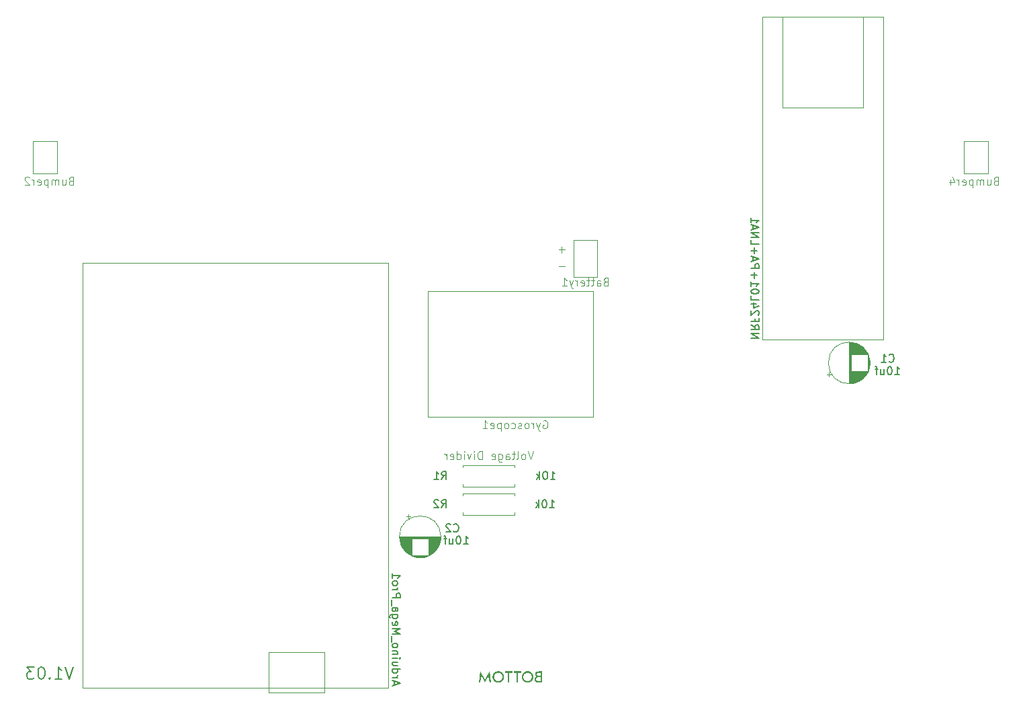
<source format=gbr>
%TF.GenerationSoftware,KiCad,Pcbnew,7.0.8*%
%TF.CreationDate,2025-03-16T00:58:01-04:00*%
%TF.ProjectId,RCTransmitterAecertRobotics,52435472-616e-4736-9d69-747465724165,V1.02*%
%TF.SameCoordinates,Original*%
%TF.FileFunction,Legend,Bot*%
%TF.FilePolarity,Positive*%
%FSLAX46Y46*%
G04 Gerber Fmt 4.6, Leading zero omitted, Abs format (unit mm)*
G04 Created by KiCad (PCBNEW 7.0.8) date 2025-03-16 00:58:01*
%MOMM*%
%LPD*%
G01*
G04 APERTURE LIST*
%ADD10C,0.250000*%
%ADD11C,0.200000*%
%ADD12C,0.100000*%
%ADD13C,0.150000*%
%ADD14C,0.120000*%
G04 APERTURE END LIST*
D10*
G36*
X144940288Y-140322500D02*
G01*
X144417120Y-140322500D01*
X144391350Y-140322030D01*
X144366247Y-140320622D01*
X144341811Y-140318275D01*
X144318042Y-140314989D01*
X144294939Y-140310764D01*
X144272504Y-140305601D01*
X144250735Y-140299499D01*
X144229633Y-140292458D01*
X144209198Y-140284478D01*
X144189430Y-140275559D01*
X144170329Y-140265702D01*
X144151895Y-140254905D01*
X144134128Y-140243170D01*
X144117028Y-140230496D01*
X144100594Y-140216884D01*
X144084828Y-140202332D01*
X144069877Y-140187041D01*
X144055891Y-140171208D01*
X144042869Y-140154835D01*
X144030812Y-140137921D01*
X144019719Y-140120465D01*
X144009591Y-140102469D01*
X144000428Y-140083932D01*
X143992229Y-140064854D01*
X143984995Y-140045235D01*
X143978725Y-140025075D01*
X143973420Y-140004374D01*
X143969080Y-139983132D01*
X143965704Y-139961349D01*
X143963292Y-139939025D01*
X143961845Y-139916160D01*
X143961363Y-139892754D01*
X143961428Y-139888724D01*
X144163962Y-139888724D01*
X144164260Y-139902429D01*
X144165823Y-139922169D01*
X144168725Y-139940931D01*
X144172967Y-139958714D01*
X144178548Y-139975518D01*
X144185469Y-139991343D01*
X144193730Y-140006190D01*
X144203329Y-140020057D01*
X144214269Y-140032946D01*
X144226548Y-140044855D01*
X144240166Y-140055786D01*
X144244964Y-140059212D01*
X144260047Y-140068838D01*
X144276168Y-140077485D01*
X144293325Y-140085153D01*
X144311519Y-140091842D01*
X144330750Y-140097552D01*
X144351018Y-140102283D01*
X144372322Y-140106035D01*
X144387101Y-140107993D01*
X144402341Y-140109516D01*
X144418042Y-140110604D01*
X144434203Y-140111256D01*
X144450826Y-140111474D01*
X144737689Y-140111474D01*
X144737689Y-139665975D01*
X144450826Y-139665975D01*
X144442457Y-139666029D01*
X144426065Y-139666464D01*
X144410134Y-139667334D01*
X144394664Y-139668639D01*
X144379654Y-139670380D01*
X144365105Y-139672555D01*
X144344146Y-139676634D01*
X144324224Y-139681691D01*
X144305339Y-139687728D01*
X144287491Y-139694743D01*
X144270679Y-139702737D01*
X144254904Y-139711710D01*
X144240166Y-139721662D01*
X144230938Y-139728841D01*
X144218213Y-139740424D01*
X144206827Y-139752986D01*
X144196781Y-139766527D01*
X144188074Y-139781047D01*
X144180706Y-139796546D01*
X144174679Y-139813024D01*
X144169990Y-139830481D01*
X144166641Y-139848916D01*
X144164632Y-139868331D01*
X144163962Y-139888724D01*
X143961428Y-139888724D01*
X143961595Y-139878362D01*
X143962812Y-139857068D01*
X143965072Y-139836128D01*
X143968376Y-139815543D01*
X143972723Y-139795311D01*
X143978113Y-139775434D01*
X143984547Y-139755911D01*
X143992024Y-139736743D01*
X144000544Y-139717928D01*
X144010107Y-139699468D01*
X144020714Y-139681362D01*
X144024458Y-139675452D01*
X144036382Y-139658522D01*
X144049342Y-139642789D01*
X144063340Y-139628254D01*
X144078374Y-139614916D01*
X144094445Y-139602777D01*
X144111553Y-139591835D01*
X144129697Y-139582092D01*
X144148879Y-139573546D01*
X144169097Y-139566198D01*
X144183152Y-139561964D01*
X144197668Y-139558264D01*
X144188784Y-139554779D01*
X144171564Y-139546685D01*
X144155078Y-139537090D01*
X144139324Y-139525996D01*
X144127990Y-139516692D01*
X144117068Y-139506543D01*
X144106558Y-139495551D01*
X144096460Y-139483716D01*
X144086774Y-139471036D01*
X144077500Y-139457513D01*
X144071600Y-139448117D01*
X144063463Y-139433646D01*
X144056183Y-139418725D01*
X144049759Y-139403352D01*
X144044191Y-139387529D01*
X144039481Y-139371255D01*
X144035626Y-139354531D01*
X144032628Y-139337355D01*
X144030487Y-139319729D01*
X144029202Y-139301652D01*
X144028952Y-139290818D01*
X144231373Y-139290818D01*
X144232362Y-139310693D01*
X144235329Y-139329286D01*
X144240274Y-139346597D01*
X144247196Y-139362625D01*
X144256096Y-139377371D01*
X144266974Y-139390835D01*
X144279829Y-139403017D01*
X144294663Y-139413916D01*
X144311474Y-139423533D01*
X144330263Y-139431868D01*
X144351030Y-139438920D01*
X144373775Y-139444691D01*
X144398497Y-139449179D01*
X144425197Y-139452384D01*
X144453875Y-139454308D01*
X144468956Y-139454789D01*
X144484531Y-139454949D01*
X144737689Y-139454949D01*
X144737689Y-139126687D01*
X144484531Y-139126687D01*
X144468956Y-139126847D01*
X144453875Y-139127328D01*
X144425197Y-139129251D01*
X144398497Y-139132457D01*
X144373775Y-139136945D01*
X144351030Y-139142715D01*
X144330263Y-139149767D01*
X144311474Y-139158102D01*
X144294663Y-139167719D01*
X144279829Y-139178619D01*
X144266974Y-139190800D01*
X144256096Y-139204264D01*
X144247196Y-139219010D01*
X144240274Y-139235039D01*
X144235329Y-139252349D01*
X144232362Y-139270942D01*
X144231373Y-139290818D01*
X144028952Y-139290818D01*
X144028774Y-139283124D01*
X144029273Y-139261019D01*
X144030772Y-139239584D01*
X144033269Y-139218819D01*
X144036765Y-139198723D01*
X144041260Y-139179297D01*
X144046754Y-139160541D01*
X144053247Y-139142454D01*
X144060739Y-139125038D01*
X144069230Y-139108291D01*
X144078720Y-139092214D01*
X144089208Y-139076807D01*
X144100696Y-139062069D01*
X144113182Y-139048001D01*
X144126668Y-139034603D01*
X144141152Y-139021875D01*
X144156635Y-139009816D01*
X144172980Y-138998415D01*
X144190140Y-138987749D01*
X144208116Y-138977818D01*
X144226908Y-138968623D01*
X144246516Y-138960164D01*
X144266939Y-138952440D01*
X144288179Y-138945452D01*
X144310233Y-138939200D01*
X144333104Y-138933683D01*
X144356790Y-138928901D01*
X144381292Y-138924856D01*
X144406610Y-138921545D01*
X144432744Y-138918971D01*
X144459693Y-138917132D01*
X144487458Y-138916028D01*
X144516039Y-138915661D01*
X144940288Y-138915661D01*
X144940288Y-140322500D01*
G37*
G36*
X143107696Y-138892424D02*
G01*
X143126173Y-138893056D01*
X143144481Y-138894110D01*
X143162620Y-138895585D01*
X143180591Y-138897482D01*
X143198392Y-138899800D01*
X143216025Y-138902539D01*
X143233489Y-138905700D01*
X143250784Y-138909283D01*
X143267910Y-138913286D01*
X143284867Y-138917712D01*
X143301655Y-138922559D01*
X143318275Y-138927827D01*
X143334726Y-138933517D01*
X143351007Y-138939628D01*
X143367120Y-138946161D01*
X143383064Y-138953115D01*
X143398839Y-138960490D01*
X143414446Y-138968287D01*
X143429883Y-138976506D01*
X143445151Y-138985146D01*
X143460251Y-138994207D01*
X143475182Y-139003690D01*
X143489944Y-139013594D01*
X143504537Y-139023920D01*
X143518961Y-139034668D01*
X143533216Y-139045836D01*
X143547303Y-139057426D01*
X143561220Y-139069438D01*
X143574969Y-139081871D01*
X143588549Y-139094726D01*
X143601960Y-139108002D01*
X143615078Y-139121566D01*
X143627780Y-139135286D01*
X143640065Y-139149161D01*
X143651934Y-139163191D01*
X143663386Y-139177377D01*
X143674422Y-139191718D01*
X143685042Y-139206214D01*
X143695245Y-139220865D01*
X143705032Y-139235672D01*
X143714402Y-139250634D01*
X143723356Y-139265751D01*
X143731893Y-139281023D01*
X143740014Y-139296451D01*
X143747718Y-139312034D01*
X143755006Y-139327772D01*
X143761878Y-139343666D01*
X143768333Y-139359715D01*
X143774371Y-139375919D01*
X143779993Y-139392278D01*
X143785199Y-139408793D01*
X143789988Y-139425463D01*
X143794361Y-139442288D01*
X143798317Y-139459268D01*
X143801857Y-139476404D01*
X143804981Y-139493695D01*
X143807687Y-139511141D01*
X143809978Y-139528743D01*
X143811852Y-139546500D01*
X143813310Y-139564412D01*
X143814351Y-139582479D01*
X143814975Y-139600702D01*
X143815184Y-139619080D01*
X143814975Y-139637458D01*
X143814351Y-139655681D01*
X143813310Y-139673748D01*
X143811852Y-139691660D01*
X143809978Y-139709417D01*
X143807687Y-139727019D01*
X143804981Y-139744465D01*
X143801857Y-139761756D01*
X143798317Y-139778892D01*
X143794361Y-139795872D01*
X143789988Y-139812698D01*
X143785199Y-139829367D01*
X143779993Y-139845882D01*
X143774371Y-139862242D01*
X143768333Y-139878446D01*
X143761878Y-139894494D01*
X143755006Y-139910388D01*
X143747718Y-139926126D01*
X143740014Y-139941709D01*
X143731893Y-139957137D01*
X143723356Y-139972409D01*
X143714402Y-139987527D01*
X143705032Y-140002489D01*
X143695245Y-140017295D01*
X143685042Y-140031947D01*
X143674422Y-140046443D01*
X143663386Y-140060783D01*
X143651934Y-140074969D01*
X143640065Y-140088999D01*
X143627780Y-140102874D01*
X143615078Y-140116594D01*
X143601960Y-140130158D01*
X143588549Y-140143434D01*
X143574969Y-140156289D01*
X143561220Y-140168722D01*
X143547303Y-140180734D01*
X143533216Y-140192324D01*
X143518961Y-140203493D01*
X143504537Y-140214240D01*
X143489944Y-140224566D01*
X143475182Y-140234470D01*
X143460251Y-140243953D01*
X143445151Y-140253014D01*
X143429883Y-140261654D01*
X143414446Y-140269873D01*
X143398839Y-140277670D01*
X143383064Y-140285046D01*
X143367120Y-140292000D01*
X143351007Y-140298532D01*
X143334726Y-140304644D01*
X143318275Y-140310333D01*
X143301655Y-140315602D01*
X143284867Y-140320448D01*
X143267910Y-140324874D01*
X143250784Y-140328878D01*
X143233489Y-140332460D01*
X143216025Y-140335621D01*
X143198392Y-140338360D01*
X143180591Y-140340679D01*
X143162620Y-140342575D01*
X143144481Y-140344050D01*
X143126173Y-140345104D01*
X143107696Y-140345736D01*
X143089050Y-140345947D01*
X143070404Y-140345736D01*
X143051928Y-140345104D01*
X143033622Y-140344050D01*
X143015485Y-140342575D01*
X142997518Y-140340679D01*
X142979720Y-140338360D01*
X142962092Y-140335621D01*
X142944633Y-140332460D01*
X142927345Y-140328878D01*
X142910225Y-140324874D01*
X142893276Y-140320448D01*
X142876495Y-140315602D01*
X142859885Y-140310333D01*
X142843444Y-140304644D01*
X142827173Y-140298532D01*
X142811071Y-140292000D01*
X142795139Y-140285046D01*
X142779376Y-140277670D01*
X142763783Y-140269873D01*
X142748360Y-140261654D01*
X142733106Y-140253014D01*
X142718021Y-140243953D01*
X142703107Y-140234470D01*
X142688362Y-140224566D01*
X142673786Y-140214240D01*
X142659380Y-140203493D01*
X142645144Y-140192324D01*
X142631077Y-140180734D01*
X142617180Y-140168722D01*
X142603452Y-140156289D01*
X142589894Y-140143434D01*
X142576506Y-140130158D01*
X142563388Y-140116594D01*
X142550686Y-140102874D01*
X142538401Y-140088999D01*
X142526532Y-140074969D01*
X142515079Y-140060783D01*
X142504043Y-140046443D01*
X142493424Y-140031947D01*
X142483221Y-140017295D01*
X142473434Y-140002489D01*
X142464064Y-139987527D01*
X142455110Y-139972409D01*
X142446573Y-139957137D01*
X142438452Y-139941709D01*
X142430747Y-139926126D01*
X142423460Y-139910388D01*
X142416588Y-139894494D01*
X142410133Y-139878446D01*
X142404094Y-139862242D01*
X142398472Y-139845882D01*
X142393267Y-139829367D01*
X142388477Y-139812698D01*
X142384105Y-139795872D01*
X142380148Y-139778892D01*
X142376609Y-139761756D01*
X142373485Y-139744465D01*
X142370778Y-139727019D01*
X142368488Y-139709417D01*
X142366614Y-139691660D01*
X142365156Y-139673748D01*
X142364115Y-139655681D01*
X142363490Y-139637458D01*
X142363282Y-139619080D01*
X142565881Y-139619080D01*
X142566475Y-139645840D01*
X142568257Y-139672083D01*
X142571227Y-139697807D01*
X142575384Y-139723013D01*
X142580729Y-139747701D01*
X142587262Y-139771871D01*
X142594983Y-139795523D01*
X142603892Y-139818657D01*
X142613988Y-139841273D01*
X142625273Y-139863371D01*
X142637745Y-139884950D01*
X142651405Y-139906012D01*
X142666252Y-139926556D01*
X142682288Y-139946581D01*
X142699511Y-139966089D01*
X142717923Y-139985078D01*
X142737148Y-140003223D01*
X142756906Y-140020197D01*
X142777196Y-140036001D01*
X142798019Y-140050634D01*
X142819374Y-140064097D01*
X142841261Y-140076389D01*
X142863681Y-140087510D01*
X142886633Y-140097460D01*
X142910118Y-140106240D01*
X142934135Y-140113849D01*
X142958684Y-140120288D01*
X142983766Y-140125556D01*
X143009380Y-140129653D01*
X143035526Y-140132580D01*
X143062205Y-140134336D01*
X143089416Y-140134921D01*
X143116584Y-140134336D01*
X143143226Y-140132580D01*
X143169341Y-140129653D01*
X143194929Y-140125556D01*
X143219991Y-140120288D01*
X143244526Y-140113849D01*
X143268534Y-140106240D01*
X143292015Y-140097460D01*
X143314970Y-140087510D01*
X143337399Y-140076389D01*
X143359301Y-140064097D01*
X143380676Y-140050634D01*
X143401524Y-140036001D01*
X143421846Y-140020197D01*
X143441641Y-140003223D01*
X143460909Y-139985078D01*
X143479276Y-139966089D01*
X143496458Y-139946581D01*
X143512455Y-139926556D01*
X143527267Y-139906012D01*
X143540894Y-139884950D01*
X143553336Y-139863371D01*
X143564593Y-139841273D01*
X143574666Y-139818657D01*
X143583553Y-139795523D01*
X143591255Y-139771871D01*
X143597772Y-139747701D01*
X143603105Y-139723013D01*
X143607252Y-139697807D01*
X143610214Y-139672083D01*
X143611992Y-139645840D01*
X143612584Y-139619080D01*
X143611992Y-139592320D01*
X143610214Y-139566077D01*
X143607252Y-139540353D01*
X143603105Y-139515147D01*
X143597772Y-139490459D01*
X143591255Y-139466289D01*
X143583553Y-139442637D01*
X143574666Y-139419503D01*
X143564593Y-139396887D01*
X143553336Y-139374790D01*
X143540894Y-139353210D01*
X143527267Y-139332148D01*
X143512455Y-139311605D01*
X143496458Y-139291579D01*
X143479276Y-139272072D01*
X143460909Y-139253082D01*
X143441641Y-139234937D01*
X143421846Y-139217963D01*
X143401524Y-139202159D01*
X143380676Y-139187526D01*
X143359301Y-139174063D01*
X143337399Y-139161772D01*
X143314970Y-139150650D01*
X143292015Y-139140700D01*
X143268534Y-139131920D01*
X143244526Y-139124311D01*
X143219991Y-139117872D01*
X143194929Y-139112604D01*
X143169341Y-139108507D01*
X143143226Y-139105581D01*
X143116584Y-139103825D01*
X143089416Y-139103239D01*
X143062205Y-139103825D01*
X143035526Y-139105581D01*
X143009380Y-139108507D01*
X142983766Y-139112604D01*
X142958684Y-139117872D01*
X142934135Y-139124311D01*
X142910118Y-139131920D01*
X142886633Y-139140700D01*
X142863681Y-139150650D01*
X142841261Y-139161772D01*
X142819374Y-139174063D01*
X142798019Y-139187526D01*
X142777196Y-139202159D01*
X142756906Y-139217963D01*
X142737148Y-139234937D01*
X142717923Y-139253082D01*
X142699511Y-139272072D01*
X142682288Y-139291579D01*
X142666252Y-139311605D01*
X142651405Y-139332148D01*
X142637745Y-139353210D01*
X142625273Y-139374790D01*
X142613988Y-139396887D01*
X142603892Y-139419503D01*
X142594983Y-139442637D01*
X142587262Y-139466289D01*
X142580729Y-139490459D01*
X142575384Y-139515147D01*
X142571227Y-139540353D01*
X142568257Y-139566077D01*
X142566475Y-139592320D01*
X142565881Y-139619080D01*
X142363282Y-139619080D01*
X142363490Y-139600702D01*
X142364115Y-139582479D01*
X142365156Y-139564412D01*
X142366614Y-139546500D01*
X142368488Y-139528743D01*
X142370778Y-139511141D01*
X142373485Y-139493695D01*
X142376609Y-139476404D01*
X142380148Y-139459268D01*
X142384105Y-139442288D01*
X142388477Y-139425463D01*
X142393267Y-139408793D01*
X142398472Y-139392278D01*
X142404094Y-139375919D01*
X142410133Y-139359715D01*
X142416588Y-139343666D01*
X142423460Y-139327772D01*
X142430747Y-139312034D01*
X142438452Y-139296451D01*
X142446573Y-139281023D01*
X142455110Y-139265751D01*
X142464064Y-139250634D01*
X142473434Y-139235672D01*
X142483221Y-139220865D01*
X142493424Y-139206214D01*
X142504043Y-139191718D01*
X142515079Y-139177377D01*
X142526532Y-139163191D01*
X142538401Y-139149161D01*
X142550686Y-139135286D01*
X142563388Y-139121566D01*
X142576506Y-139108002D01*
X142589894Y-139094726D01*
X142603452Y-139081871D01*
X142617180Y-139069438D01*
X142631077Y-139057426D01*
X142645144Y-139045836D01*
X142659380Y-139034668D01*
X142673786Y-139023920D01*
X142688362Y-139013594D01*
X142703107Y-139003690D01*
X142718021Y-138994207D01*
X142733106Y-138985146D01*
X142748360Y-138976506D01*
X142763783Y-138968287D01*
X142779376Y-138960490D01*
X142795139Y-138953115D01*
X142811071Y-138946161D01*
X142827173Y-138939628D01*
X142843444Y-138933517D01*
X142859885Y-138927827D01*
X142876495Y-138922559D01*
X142893276Y-138917712D01*
X142910225Y-138913286D01*
X142927345Y-138909283D01*
X142944633Y-138905700D01*
X142962092Y-138902539D01*
X142979720Y-138899800D01*
X142997518Y-138897482D01*
X143015485Y-138895585D01*
X143033622Y-138894110D01*
X143051928Y-138893056D01*
X143070404Y-138892424D01*
X143089050Y-138892213D01*
X143107696Y-138892424D01*
G37*
G36*
X142270592Y-138915661D02*
G01*
X141325006Y-138915661D01*
X141325006Y-139126687D01*
X141696499Y-139126687D01*
X141696499Y-140322500D01*
X141899099Y-140322500D01*
X141899099Y-139126687D01*
X142270592Y-139126687D01*
X142270592Y-138915661D01*
G37*
G36*
X141162706Y-138915661D02*
G01*
X140217120Y-138915661D01*
X140217120Y-139126687D01*
X140588614Y-139126687D01*
X140588614Y-140322500D01*
X140791213Y-140322500D01*
X140791213Y-139126687D01*
X141162706Y-139126687D01*
X141162706Y-138915661D01*
G37*
G36*
X139414744Y-138892424D02*
G01*
X139433221Y-138893056D01*
X139451529Y-138894110D01*
X139469668Y-138895585D01*
X139487639Y-138897482D01*
X139505440Y-138899800D01*
X139523073Y-138902539D01*
X139540537Y-138905700D01*
X139557832Y-138909283D01*
X139574958Y-138913286D01*
X139591915Y-138917712D01*
X139608704Y-138922559D01*
X139625323Y-138927827D01*
X139641774Y-138933517D01*
X139658055Y-138939628D01*
X139674168Y-138946161D01*
X139690112Y-138953115D01*
X139705887Y-138960490D01*
X139721494Y-138968287D01*
X139736931Y-138976506D01*
X139752200Y-138985146D01*
X139767299Y-138994207D01*
X139782230Y-139003690D01*
X139796992Y-139013594D01*
X139811585Y-139023920D01*
X139826009Y-139034668D01*
X139840264Y-139045836D01*
X139854351Y-139057426D01*
X139868268Y-139069438D01*
X139882017Y-139081871D01*
X139895597Y-139094726D01*
X139909008Y-139108002D01*
X139922126Y-139121566D01*
X139934828Y-139135286D01*
X139947113Y-139149161D01*
X139958982Y-139163191D01*
X139970435Y-139177377D01*
X139981471Y-139191718D01*
X139992090Y-139206214D01*
X140002293Y-139220865D01*
X140012080Y-139235672D01*
X140021450Y-139250634D01*
X140030404Y-139265751D01*
X140038941Y-139281023D01*
X140047062Y-139296451D01*
X140054766Y-139312034D01*
X140062054Y-139327772D01*
X140068926Y-139343666D01*
X140075381Y-139359715D01*
X140081419Y-139375919D01*
X140087042Y-139392278D01*
X140092247Y-139408793D01*
X140097036Y-139425463D01*
X140101409Y-139442288D01*
X140105365Y-139459268D01*
X140108905Y-139476404D01*
X140112029Y-139493695D01*
X140114736Y-139511141D01*
X140117026Y-139528743D01*
X140118900Y-139546500D01*
X140120358Y-139564412D01*
X140121399Y-139582479D01*
X140122024Y-139600702D01*
X140122232Y-139619080D01*
X140122024Y-139637458D01*
X140121399Y-139655681D01*
X140120358Y-139673748D01*
X140118900Y-139691660D01*
X140117026Y-139709417D01*
X140114736Y-139727019D01*
X140112029Y-139744465D01*
X140108905Y-139761756D01*
X140105365Y-139778892D01*
X140101409Y-139795872D01*
X140097036Y-139812698D01*
X140092247Y-139829367D01*
X140087042Y-139845882D01*
X140081419Y-139862242D01*
X140075381Y-139878446D01*
X140068926Y-139894494D01*
X140062054Y-139910388D01*
X140054766Y-139926126D01*
X140047062Y-139941709D01*
X140038941Y-139957137D01*
X140030404Y-139972409D01*
X140021450Y-139987527D01*
X140012080Y-140002489D01*
X140002293Y-140017295D01*
X139992090Y-140031947D01*
X139981471Y-140046443D01*
X139970435Y-140060783D01*
X139958982Y-140074969D01*
X139947113Y-140088999D01*
X139934828Y-140102874D01*
X139922126Y-140116594D01*
X139909008Y-140130158D01*
X139895597Y-140143434D01*
X139882017Y-140156289D01*
X139868268Y-140168722D01*
X139854351Y-140180734D01*
X139840264Y-140192324D01*
X139826009Y-140203493D01*
X139811585Y-140214240D01*
X139796992Y-140224566D01*
X139782230Y-140234470D01*
X139767299Y-140243953D01*
X139752200Y-140253014D01*
X139736931Y-140261654D01*
X139721494Y-140269873D01*
X139705887Y-140277670D01*
X139690112Y-140285046D01*
X139674168Y-140292000D01*
X139658055Y-140298532D01*
X139641774Y-140304644D01*
X139625323Y-140310333D01*
X139608704Y-140315602D01*
X139591915Y-140320448D01*
X139574958Y-140324874D01*
X139557832Y-140328878D01*
X139540537Y-140332460D01*
X139523073Y-140335621D01*
X139505440Y-140338360D01*
X139487639Y-140340679D01*
X139469668Y-140342575D01*
X139451529Y-140344050D01*
X139433221Y-140345104D01*
X139414744Y-140345736D01*
X139396098Y-140345947D01*
X139377452Y-140345736D01*
X139358976Y-140345104D01*
X139340670Y-140344050D01*
X139322533Y-140342575D01*
X139304566Y-140340679D01*
X139286768Y-140338360D01*
X139269140Y-140335621D01*
X139251682Y-140332460D01*
X139234393Y-140328878D01*
X139217273Y-140324874D01*
X139200324Y-140320448D01*
X139183544Y-140315602D01*
X139166933Y-140310333D01*
X139150492Y-140304644D01*
X139134221Y-140298532D01*
X139118119Y-140292000D01*
X139102187Y-140285046D01*
X139086424Y-140277670D01*
X139070831Y-140269873D01*
X139055408Y-140261654D01*
X139040154Y-140253014D01*
X139025070Y-140243953D01*
X139010155Y-140234470D01*
X138995410Y-140224566D01*
X138980834Y-140214240D01*
X138966428Y-140203493D01*
X138952192Y-140192324D01*
X138938125Y-140180734D01*
X138924228Y-140168722D01*
X138910501Y-140156289D01*
X138896943Y-140143434D01*
X138883554Y-140130158D01*
X138870436Y-140116594D01*
X138857734Y-140102874D01*
X138845449Y-140088999D01*
X138833580Y-140074969D01*
X138822127Y-140060783D01*
X138811091Y-140046443D01*
X138800472Y-140031947D01*
X138790269Y-140017295D01*
X138780482Y-140002489D01*
X138771112Y-139987527D01*
X138762158Y-139972409D01*
X138753621Y-139957137D01*
X138745500Y-139941709D01*
X138737796Y-139926126D01*
X138730508Y-139910388D01*
X138723636Y-139894494D01*
X138717181Y-139878446D01*
X138711143Y-139862242D01*
X138705520Y-139845882D01*
X138700315Y-139829367D01*
X138695526Y-139812698D01*
X138691153Y-139795872D01*
X138687197Y-139778892D01*
X138683657Y-139761756D01*
X138680533Y-139744465D01*
X138677826Y-139727019D01*
X138675536Y-139709417D01*
X138673662Y-139691660D01*
X138672204Y-139673748D01*
X138671163Y-139655681D01*
X138670538Y-139637458D01*
X138670330Y-139619080D01*
X138872930Y-139619080D01*
X138873524Y-139645840D01*
X138875305Y-139672083D01*
X138878275Y-139697807D01*
X138882432Y-139723013D01*
X138887777Y-139747701D01*
X138894310Y-139771871D01*
X138902031Y-139795523D01*
X138910940Y-139818657D01*
X138921036Y-139841273D01*
X138932321Y-139863371D01*
X138944793Y-139884950D01*
X138958453Y-139906012D01*
X138973301Y-139926556D01*
X138989336Y-139946581D01*
X139006560Y-139966089D01*
X139024971Y-139985078D01*
X139044196Y-140003223D01*
X139063954Y-140020197D01*
X139084245Y-140036001D01*
X139105067Y-140050634D01*
X139126422Y-140064097D01*
X139148310Y-140076389D01*
X139170729Y-140087510D01*
X139193682Y-140097460D01*
X139217166Y-140106240D01*
X139241183Y-140113849D01*
X139265732Y-140120288D01*
X139290814Y-140125556D01*
X139316428Y-140129653D01*
X139342574Y-140132580D01*
X139369253Y-140134336D01*
X139396464Y-140134921D01*
X139423632Y-140134336D01*
X139450274Y-140132580D01*
X139476389Y-140129653D01*
X139501977Y-140125556D01*
X139527039Y-140120288D01*
X139551574Y-140113849D01*
X139575582Y-140106240D01*
X139599064Y-140097460D01*
X139622019Y-140087510D01*
X139644447Y-140076389D01*
X139666349Y-140064097D01*
X139687724Y-140050634D01*
X139708572Y-140036001D01*
X139728894Y-140020197D01*
X139748689Y-140003223D01*
X139767958Y-139985078D01*
X139786324Y-139966089D01*
X139803506Y-139946581D01*
X139819503Y-139926556D01*
X139834315Y-139906012D01*
X139847942Y-139884950D01*
X139860384Y-139863371D01*
X139871642Y-139841273D01*
X139881714Y-139818657D01*
X139890601Y-139795523D01*
X139898303Y-139771871D01*
X139904820Y-139747701D01*
X139910153Y-139723013D01*
X139914300Y-139697807D01*
X139917262Y-139672083D01*
X139919040Y-139645840D01*
X139919632Y-139619080D01*
X139919040Y-139592320D01*
X139917262Y-139566077D01*
X139914300Y-139540353D01*
X139910153Y-139515147D01*
X139904820Y-139490459D01*
X139898303Y-139466289D01*
X139890601Y-139442637D01*
X139881714Y-139419503D01*
X139871642Y-139396887D01*
X139860384Y-139374790D01*
X139847942Y-139353210D01*
X139834315Y-139332148D01*
X139819503Y-139311605D01*
X139803506Y-139291579D01*
X139786324Y-139272072D01*
X139767958Y-139253082D01*
X139748689Y-139234937D01*
X139728894Y-139217963D01*
X139708572Y-139202159D01*
X139687724Y-139187526D01*
X139666349Y-139174063D01*
X139644447Y-139161772D01*
X139622019Y-139150650D01*
X139599064Y-139140700D01*
X139575582Y-139131920D01*
X139551574Y-139124311D01*
X139527039Y-139117872D01*
X139501977Y-139112604D01*
X139476389Y-139108507D01*
X139450274Y-139105581D01*
X139423632Y-139103825D01*
X139396464Y-139103239D01*
X139369253Y-139103825D01*
X139342574Y-139105581D01*
X139316428Y-139108507D01*
X139290814Y-139112604D01*
X139265732Y-139117872D01*
X139241183Y-139124311D01*
X139217166Y-139131920D01*
X139193682Y-139140700D01*
X139170729Y-139150650D01*
X139148310Y-139161772D01*
X139126422Y-139174063D01*
X139105067Y-139187526D01*
X139084245Y-139202159D01*
X139063954Y-139217963D01*
X139044196Y-139234937D01*
X139024971Y-139253082D01*
X139006560Y-139272072D01*
X138989336Y-139291579D01*
X138973301Y-139311605D01*
X138958453Y-139332148D01*
X138944793Y-139353210D01*
X138932321Y-139374790D01*
X138921036Y-139396887D01*
X138910940Y-139419503D01*
X138902031Y-139442637D01*
X138894310Y-139466289D01*
X138887777Y-139490459D01*
X138882432Y-139515147D01*
X138878275Y-139540353D01*
X138875305Y-139566077D01*
X138873524Y-139592320D01*
X138872930Y-139619080D01*
X138670330Y-139619080D01*
X138670538Y-139600702D01*
X138671163Y-139582479D01*
X138672204Y-139564412D01*
X138673662Y-139546500D01*
X138675536Y-139528743D01*
X138677826Y-139511141D01*
X138680533Y-139493695D01*
X138683657Y-139476404D01*
X138687197Y-139459268D01*
X138691153Y-139442288D01*
X138695526Y-139425463D01*
X138700315Y-139408793D01*
X138705520Y-139392278D01*
X138711143Y-139375919D01*
X138717181Y-139359715D01*
X138723636Y-139343666D01*
X138730508Y-139327772D01*
X138737796Y-139312034D01*
X138745500Y-139296451D01*
X138753621Y-139281023D01*
X138762158Y-139265751D01*
X138771112Y-139250634D01*
X138780482Y-139235672D01*
X138790269Y-139220865D01*
X138800472Y-139206214D01*
X138811091Y-139191718D01*
X138822127Y-139177377D01*
X138833580Y-139163191D01*
X138845449Y-139149161D01*
X138857734Y-139135286D01*
X138870436Y-139121566D01*
X138883554Y-139108002D01*
X138896943Y-139094726D01*
X138910501Y-139081871D01*
X138924228Y-139069438D01*
X138938125Y-139057426D01*
X138952192Y-139045836D01*
X138966428Y-139034668D01*
X138980834Y-139023920D01*
X138995410Y-139013594D01*
X139010155Y-139003690D01*
X139025070Y-138994207D01*
X139040154Y-138985146D01*
X139055408Y-138976506D01*
X139070831Y-138968287D01*
X139086424Y-138960490D01*
X139102187Y-138953115D01*
X139118119Y-138946161D01*
X139134221Y-138939628D01*
X139150492Y-138933517D01*
X139166933Y-138927827D01*
X139183544Y-138922559D01*
X139200324Y-138917712D01*
X139217273Y-138913286D01*
X139234393Y-138909283D01*
X139251682Y-138905700D01*
X139269140Y-138902539D01*
X139286768Y-138899800D01*
X139304566Y-138897482D01*
X139322533Y-138895585D01*
X139340670Y-138894110D01*
X139358976Y-138893056D01*
X139377452Y-138892424D01*
X139396098Y-138892213D01*
X139414744Y-138892424D01*
G37*
G36*
X137716684Y-140345947D02*
G01*
X138168045Y-139473633D01*
X138303233Y-140322500D01*
X138510229Y-140322500D01*
X138269528Y-138869499D01*
X137716684Y-139938550D01*
X137163840Y-138869865D01*
X136923139Y-140322500D01*
X137130135Y-140322500D01*
X137264957Y-139480594D01*
X137716684Y-140345947D01*
G37*
D11*
X85803998Y-138375528D02*
X85303998Y-139875528D01*
X85303998Y-139875528D02*
X84803998Y-138375528D01*
X83518284Y-139875528D02*
X84375427Y-139875528D01*
X83946856Y-139875528D02*
X83946856Y-138375528D01*
X83946856Y-138375528D02*
X84089713Y-138589814D01*
X84089713Y-138589814D02*
X84232570Y-138732671D01*
X84232570Y-138732671D02*
X84375427Y-138804100D01*
X82875428Y-139732671D02*
X82803999Y-139804100D01*
X82803999Y-139804100D02*
X82875428Y-139875528D01*
X82875428Y-139875528D02*
X82946856Y-139804100D01*
X82946856Y-139804100D02*
X82875428Y-139732671D01*
X82875428Y-139732671D02*
X82875428Y-139875528D01*
X81875427Y-138375528D02*
X81732570Y-138375528D01*
X81732570Y-138375528D02*
X81589713Y-138446957D01*
X81589713Y-138446957D02*
X81518285Y-138518385D01*
X81518285Y-138518385D02*
X81446856Y-138661242D01*
X81446856Y-138661242D02*
X81375427Y-138946957D01*
X81375427Y-138946957D02*
X81375427Y-139304100D01*
X81375427Y-139304100D02*
X81446856Y-139589814D01*
X81446856Y-139589814D02*
X81518285Y-139732671D01*
X81518285Y-139732671D02*
X81589713Y-139804100D01*
X81589713Y-139804100D02*
X81732570Y-139875528D01*
X81732570Y-139875528D02*
X81875427Y-139875528D01*
X81875427Y-139875528D02*
X82018285Y-139804100D01*
X82018285Y-139804100D02*
X82089713Y-139732671D01*
X82089713Y-139732671D02*
X82161142Y-139589814D01*
X82161142Y-139589814D02*
X82232570Y-139304100D01*
X82232570Y-139304100D02*
X82232570Y-138946957D01*
X82232570Y-138946957D02*
X82161142Y-138661242D01*
X82161142Y-138661242D02*
X82089713Y-138518385D01*
X82089713Y-138518385D02*
X82018285Y-138446957D01*
X82018285Y-138446957D02*
X81875427Y-138375528D01*
X80875428Y-138375528D02*
X79946856Y-138375528D01*
X79946856Y-138375528D02*
X80446856Y-138946957D01*
X80446856Y-138946957D02*
X80232571Y-138946957D01*
X80232571Y-138946957D02*
X80089714Y-139018385D01*
X80089714Y-139018385D02*
X80018285Y-139089814D01*
X80018285Y-139089814D02*
X79946856Y-139232671D01*
X79946856Y-139232671D02*
X79946856Y-139589814D01*
X79946856Y-139589814D02*
X80018285Y-139732671D01*
X80018285Y-139732671D02*
X80089714Y-139804100D01*
X80089714Y-139804100D02*
X80232571Y-139875528D01*
X80232571Y-139875528D02*
X80661142Y-139875528D01*
X80661142Y-139875528D02*
X80803999Y-139804100D01*
X80803999Y-139804100D02*
X80875428Y-139732671D01*
D12*
X143771238Y-111217419D02*
X143437905Y-112217419D01*
X143437905Y-112217419D02*
X143104572Y-111217419D01*
X142628381Y-112217419D02*
X142723619Y-112169800D01*
X142723619Y-112169800D02*
X142771238Y-112122180D01*
X142771238Y-112122180D02*
X142818857Y-112026942D01*
X142818857Y-112026942D02*
X142818857Y-111741228D01*
X142818857Y-111741228D02*
X142771238Y-111645990D01*
X142771238Y-111645990D02*
X142723619Y-111598371D01*
X142723619Y-111598371D02*
X142628381Y-111550752D01*
X142628381Y-111550752D02*
X142485524Y-111550752D01*
X142485524Y-111550752D02*
X142390286Y-111598371D01*
X142390286Y-111598371D02*
X142342667Y-111645990D01*
X142342667Y-111645990D02*
X142295048Y-111741228D01*
X142295048Y-111741228D02*
X142295048Y-112026942D01*
X142295048Y-112026942D02*
X142342667Y-112122180D01*
X142342667Y-112122180D02*
X142390286Y-112169800D01*
X142390286Y-112169800D02*
X142485524Y-112217419D01*
X142485524Y-112217419D02*
X142628381Y-112217419D01*
X141723619Y-112217419D02*
X141818857Y-112169800D01*
X141818857Y-112169800D02*
X141866476Y-112074561D01*
X141866476Y-112074561D02*
X141866476Y-111217419D01*
X141485523Y-111550752D02*
X141104571Y-111550752D01*
X141342666Y-111217419D02*
X141342666Y-112074561D01*
X141342666Y-112074561D02*
X141295047Y-112169800D01*
X141295047Y-112169800D02*
X141199809Y-112217419D01*
X141199809Y-112217419D02*
X141104571Y-112217419D01*
X140342666Y-112217419D02*
X140342666Y-111693609D01*
X140342666Y-111693609D02*
X140390285Y-111598371D01*
X140390285Y-111598371D02*
X140485523Y-111550752D01*
X140485523Y-111550752D02*
X140675999Y-111550752D01*
X140675999Y-111550752D02*
X140771237Y-111598371D01*
X140342666Y-112169800D02*
X140437904Y-112217419D01*
X140437904Y-112217419D02*
X140675999Y-112217419D01*
X140675999Y-112217419D02*
X140771237Y-112169800D01*
X140771237Y-112169800D02*
X140818856Y-112074561D01*
X140818856Y-112074561D02*
X140818856Y-111979323D01*
X140818856Y-111979323D02*
X140771237Y-111884085D01*
X140771237Y-111884085D02*
X140675999Y-111836466D01*
X140675999Y-111836466D02*
X140437904Y-111836466D01*
X140437904Y-111836466D02*
X140342666Y-111788847D01*
X139437904Y-111550752D02*
X139437904Y-112360276D01*
X139437904Y-112360276D02*
X139485523Y-112455514D01*
X139485523Y-112455514D02*
X139533142Y-112503133D01*
X139533142Y-112503133D02*
X139628380Y-112550752D01*
X139628380Y-112550752D02*
X139771237Y-112550752D01*
X139771237Y-112550752D02*
X139866475Y-112503133D01*
X139437904Y-112169800D02*
X139533142Y-112217419D01*
X139533142Y-112217419D02*
X139723618Y-112217419D01*
X139723618Y-112217419D02*
X139818856Y-112169800D01*
X139818856Y-112169800D02*
X139866475Y-112122180D01*
X139866475Y-112122180D02*
X139914094Y-112026942D01*
X139914094Y-112026942D02*
X139914094Y-111741228D01*
X139914094Y-111741228D02*
X139866475Y-111645990D01*
X139866475Y-111645990D02*
X139818856Y-111598371D01*
X139818856Y-111598371D02*
X139723618Y-111550752D01*
X139723618Y-111550752D02*
X139533142Y-111550752D01*
X139533142Y-111550752D02*
X139437904Y-111598371D01*
X138580761Y-112169800D02*
X138675999Y-112217419D01*
X138675999Y-112217419D02*
X138866475Y-112217419D01*
X138866475Y-112217419D02*
X138961713Y-112169800D01*
X138961713Y-112169800D02*
X139009332Y-112074561D01*
X139009332Y-112074561D02*
X139009332Y-111693609D01*
X139009332Y-111693609D02*
X138961713Y-111598371D01*
X138961713Y-111598371D02*
X138866475Y-111550752D01*
X138866475Y-111550752D02*
X138675999Y-111550752D01*
X138675999Y-111550752D02*
X138580761Y-111598371D01*
X138580761Y-111598371D02*
X138533142Y-111693609D01*
X138533142Y-111693609D02*
X138533142Y-111788847D01*
X138533142Y-111788847D02*
X139009332Y-111884085D01*
X137342665Y-112217419D02*
X137342665Y-111217419D01*
X137342665Y-111217419D02*
X137104570Y-111217419D01*
X137104570Y-111217419D02*
X136961713Y-111265038D01*
X136961713Y-111265038D02*
X136866475Y-111360276D01*
X136866475Y-111360276D02*
X136818856Y-111455514D01*
X136818856Y-111455514D02*
X136771237Y-111645990D01*
X136771237Y-111645990D02*
X136771237Y-111788847D01*
X136771237Y-111788847D02*
X136818856Y-111979323D01*
X136818856Y-111979323D02*
X136866475Y-112074561D01*
X136866475Y-112074561D02*
X136961713Y-112169800D01*
X136961713Y-112169800D02*
X137104570Y-112217419D01*
X137104570Y-112217419D02*
X137342665Y-112217419D01*
X136342665Y-112217419D02*
X136342665Y-111550752D01*
X136342665Y-111217419D02*
X136390284Y-111265038D01*
X136390284Y-111265038D02*
X136342665Y-111312657D01*
X136342665Y-111312657D02*
X136295046Y-111265038D01*
X136295046Y-111265038D02*
X136342665Y-111217419D01*
X136342665Y-111217419D02*
X136342665Y-111312657D01*
X135961713Y-111550752D02*
X135723618Y-112217419D01*
X135723618Y-112217419D02*
X135485523Y-111550752D01*
X135104570Y-112217419D02*
X135104570Y-111550752D01*
X135104570Y-111217419D02*
X135152189Y-111265038D01*
X135152189Y-111265038D02*
X135104570Y-111312657D01*
X135104570Y-111312657D02*
X135056951Y-111265038D01*
X135056951Y-111265038D02*
X135104570Y-111217419D01*
X135104570Y-111217419D02*
X135104570Y-111312657D01*
X134199809Y-112217419D02*
X134199809Y-111217419D01*
X134199809Y-112169800D02*
X134295047Y-112217419D01*
X134295047Y-112217419D02*
X134485523Y-112217419D01*
X134485523Y-112217419D02*
X134580761Y-112169800D01*
X134580761Y-112169800D02*
X134628380Y-112122180D01*
X134628380Y-112122180D02*
X134675999Y-112026942D01*
X134675999Y-112026942D02*
X134675999Y-111741228D01*
X134675999Y-111741228D02*
X134628380Y-111645990D01*
X134628380Y-111645990D02*
X134580761Y-111598371D01*
X134580761Y-111598371D02*
X134485523Y-111550752D01*
X134485523Y-111550752D02*
X134295047Y-111550752D01*
X134295047Y-111550752D02*
X134199809Y-111598371D01*
X133342666Y-112169800D02*
X133437904Y-112217419D01*
X133437904Y-112217419D02*
X133628380Y-112217419D01*
X133628380Y-112217419D02*
X133723618Y-112169800D01*
X133723618Y-112169800D02*
X133771237Y-112074561D01*
X133771237Y-112074561D02*
X133771237Y-111693609D01*
X133771237Y-111693609D02*
X133723618Y-111598371D01*
X133723618Y-111598371D02*
X133628380Y-111550752D01*
X133628380Y-111550752D02*
X133437904Y-111550752D01*
X133437904Y-111550752D02*
X133342666Y-111598371D01*
X133342666Y-111598371D02*
X133295047Y-111693609D01*
X133295047Y-111693609D02*
X133295047Y-111788847D01*
X133295047Y-111788847D02*
X133771237Y-111884085D01*
X132866475Y-112217419D02*
X132866475Y-111550752D01*
X132866475Y-111741228D02*
X132818856Y-111645990D01*
X132818856Y-111645990D02*
X132771237Y-111598371D01*
X132771237Y-111598371D02*
X132675999Y-111550752D01*
X132675999Y-111550752D02*
X132580761Y-111550752D01*
D13*
X133770666Y-121263580D02*
X133818285Y-121311200D01*
X133818285Y-121311200D02*
X133961142Y-121358819D01*
X133961142Y-121358819D02*
X134056380Y-121358819D01*
X134056380Y-121358819D02*
X134199237Y-121311200D01*
X134199237Y-121311200D02*
X134294475Y-121215961D01*
X134294475Y-121215961D02*
X134342094Y-121120723D01*
X134342094Y-121120723D02*
X134389713Y-120930247D01*
X134389713Y-120930247D02*
X134389713Y-120787390D01*
X134389713Y-120787390D02*
X134342094Y-120596914D01*
X134342094Y-120596914D02*
X134294475Y-120501676D01*
X134294475Y-120501676D02*
X134199237Y-120406438D01*
X134199237Y-120406438D02*
X134056380Y-120358819D01*
X134056380Y-120358819D02*
X133961142Y-120358819D01*
X133961142Y-120358819D02*
X133818285Y-120406438D01*
X133818285Y-120406438D02*
X133770666Y-120454057D01*
X133389713Y-120454057D02*
X133342094Y-120406438D01*
X133342094Y-120406438D02*
X133246856Y-120358819D01*
X133246856Y-120358819D02*
X133008761Y-120358819D01*
X133008761Y-120358819D02*
X132913523Y-120406438D01*
X132913523Y-120406438D02*
X132865904Y-120454057D01*
X132865904Y-120454057D02*
X132818285Y-120549295D01*
X132818285Y-120549295D02*
X132818285Y-120644533D01*
X132818285Y-120644533D02*
X132865904Y-120787390D01*
X132865904Y-120787390D02*
X133437332Y-121358819D01*
X133437332Y-121358819D02*
X132818285Y-121358819D01*
X135040571Y-122882819D02*
X135611999Y-122882819D01*
X135326285Y-122882819D02*
X135326285Y-121882819D01*
X135326285Y-121882819D02*
X135421523Y-122025676D01*
X135421523Y-122025676D02*
X135516761Y-122120914D01*
X135516761Y-122120914D02*
X135611999Y-122168533D01*
X134421523Y-121882819D02*
X134326285Y-121882819D01*
X134326285Y-121882819D02*
X134231047Y-121930438D01*
X134231047Y-121930438D02*
X134183428Y-121978057D01*
X134183428Y-121978057D02*
X134135809Y-122073295D01*
X134135809Y-122073295D02*
X134088190Y-122263771D01*
X134088190Y-122263771D02*
X134088190Y-122501866D01*
X134088190Y-122501866D02*
X134135809Y-122692342D01*
X134135809Y-122692342D02*
X134183428Y-122787580D01*
X134183428Y-122787580D02*
X134231047Y-122835200D01*
X134231047Y-122835200D02*
X134326285Y-122882819D01*
X134326285Y-122882819D02*
X134421523Y-122882819D01*
X134421523Y-122882819D02*
X134516761Y-122835200D01*
X134516761Y-122835200D02*
X134564380Y-122787580D01*
X134564380Y-122787580D02*
X134611999Y-122692342D01*
X134611999Y-122692342D02*
X134659618Y-122501866D01*
X134659618Y-122501866D02*
X134659618Y-122263771D01*
X134659618Y-122263771D02*
X134611999Y-122073295D01*
X134611999Y-122073295D02*
X134564380Y-121978057D01*
X134564380Y-121978057D02*
X134516761Y-121930438D01*
X134516761Y-121930438D02*
X134421523Y-121882819D01*
X133231047Y-122216152D02*
X133231047Y-122882819D01*
X133659618Y-122216152D02*
X133659618Y-122739961D01*
X133659618Y-122739961D02*
X133611999Y-122835200D01*
X133611999Y-122835200D02*
X133516761Y-122882819D01*
X133516761Y-122882819D02*
X133373904Y-122882819D01*
X133373904Y-122882819D02*
X133278666Y-122835200D01*
X133278666Y-122835200D02*
X133231047Y-122787580D01*
X132897713Y-122216152D02*
X132516761Y-122216152D01*
X132754856Y-122882819D02*
X132754856Y-122025676D01*
X132754856Y-122025676D02*
X132707237Y-121930438D01*
X132707237Y-121930438D02*
X132611999Y-121882819D01*
X132611999Y-121882819D02*
X132516761Y-121882819D01*
D12*
X152915619Y-89849609D02*
X152772762Y-89897228D01*
X152772762Y-89897228D02*
X152725143Y-89944847D01*
X152725143Y-89944847D02*
X152677524Y-90040085D01*
X152677524Y-90040085D02*
X152677524Y-90182942D01*
X152677524Y-90182942D02*
X152725143Y-90278180D01*
X152725143Y-90278180D02*
X152772762Y-90325800D01*
X152772762Y-90325800D02*
X152868000Y-90373419D01*
X152868000Y-90373419D02*
X153248952Y-90373419D01*
X153248952Y-90373419D02*
X153248952Y-89373419D01*
X153248952Y-89373419D02*
X152915619Y-89373419D01*
X152915619Y-89373419D02*
X152820381Y-89421038D01*
X152820381Y-89421038D02*
X152772762Y-89468657D01*
X152772762Y-89468657D02*
X152725143Y-89563895D01*
X152725143Y-89563895D02*
X152725143Y-89659133D01*
X152725143Y-89659133D02*
X152772762Y-89754371D01*
X152772762Y-89754371D02*
X152820381Y-89801990D01*
X152820381Y-89801990D02*
X152915619Y-89849609D01*
X152915619Y-89849609D02*
X153248952Y-89849609D01*
X151820381Y-90373419D02*
X151820381Y-89849609D01*
X151820381Y-89849609D02*
X151868000Y-89754371D01*
X151868000Y-89754371D02*
X151963238Y-89706752D01*
X151963238Y-89706752D02*
X152153714Y-89706752D01*
X152153714Y-89706752D02*
X152248952Y-89754371D01*
X151820381Y-90325800D02*
X151915619Y-90373419D01*
X151915619Y-90373419D02*
X152153714Y-90373419D01*
X152153714Y-90373419D02*
X152248952Y-90325800D01*
X152248952Y-90325800D02*
X152296571Y-90230561D01*
X152296571Y-90230561D02*
X152296571Y-90135323D01*
X152296571Y-90135323D02*
X152248952Y-90040085D01*
X152248952Y-90040085D02*
X152153714Y-89992466D01*
X152153714Y-89992466D02*
X151915619Y-89992466D01*
X151915619Y-89992466D02*
X151820381Y-89944847D01*
X151487047Y-89706752D02*
X151106095Y-89706752D01*
X151344190Y-89373419D02*
X151344190Y-90230561D01*
X151344190Y-90230561D02*
X151296571Y-90325800D01*
X151296571Y-90325800D02*
X151201333Y-90373419D01*
X151201333Y-90373419D02*
X151106095Y-90373419D01*
X150915618Y-89706752D02*
X150534666Y-89706752D01*
X150772761Y-89373419D02*
X150772761Y-90230561D01*
X150772761Y-90230561D02*
X150725142Y-90325800D01*
X150725142Y-90325800D02*
X150629904Y-90373419D01*
X150629904Y-90373419D02*
X150534666Y-90373419D01*
X149820380Y-90325800D02*
X149915618Y-90373419D01*
X149915618Y-90373419D02*
X150106094Y-90373419D01*
X150106094Y-90373419D02*
X150201332Y-90325800D01*
X150201332Y-90325800D02*
X150248951Y-90230561D01*
X150248951Y-90230561D02*
X150248951Y-89849609D01*
X150248951Y-89849609D02*
X150201332Y-89754371D01*
X150201332Y-89754371D02*
X150106094Y-89706752D01*
X150106094Y-89706752D02*
X149915618Y-89706752D01*
X149915618Y-89706752D02*
X149820380Y-89754371D01*
X149820380Y-89754371D02*
X149772761Y-89849609D01*
X149772761Y-89849609D02*
X149772761Y-89944847D01*
X149772761Y-89944847D02*
X150248951Y-90040085D01*
X149344189Y-90373419D02*
X149344189Y-89706752D01*
X149344189Y-89897228D02*
X149296570Y-89801990D01*
X149296570Y-89801990D02*
X149248951Y-89754371D01*
X149248951Y-89754371D02*
X149153713Y-89706752D01*
X149153713Y-89706752D02*
X149058475Y-89706752D01*
X148820379Y-89706752D02*
X148582284Y-90373419D01*
X148344189Y-89706752D02*
X148582284Y-90373419D01*
X148582284Y-90373419D02*
X148677522Y-90611514D01*
X148677522Y-90611514D02*
X148725141Y-90659133D01*
X148725141Y-90659133D02*
X148820379Y-90706752D01*
X147439427Y-90373419D02*
X148010855Y-90373419D01*
X147725141Y-90373419D02*
X147725141Y-89373419D01*
X147725141Y-89373419D02*
X147820379Y-89516276D01*
X147820379Y-89516276D02*
X147915617Y-89611514D01*
X147915617Y-89611514D02*
X148010855Y-89659133D01*
X147778115Y-87926633D02*
X147016211Y-87926633D01*
X147778115Y-85820049D02*
X147016211Y-85820049D01*
X147397163Y-86201002D02*
X147397163Y-85439097D01*
X145045033Y-107374600D02*
X145140271Y-107326981D01*
X145140271Y-107326981D02*
X145283128Y-107326981D01*
X145283128Y-107326981D02*
X145425985Y-107374600D01*
X145425985Y-107374600D02*
X145521223Y-107469838D01*
X145521223Y-107469838D02*
X145568842Y-107565076D01*
X145568842Y-107565076D02*
X145616461Y-107755552D01*
X145616461Y-107755552D02*
X145616461Y-107898409D01*
X145616461Y-107898409D02*
X145568842Y-108088885D01*
X145568842Y-108088885D02*
X145521223Y-108184123D01*
X145521223Y-108184123D02*
X145425985Y-108279362D01*
X145425985Y-108279362D02*
X145283128Y-108326981D01*
X145283128Y-108326981D02*
X145187890Y-108326981D01*
X145187890Y-108326981D02*
X145045033Y-108279362D01*
X145045033Y-108279362D02*
X144997414Y-108231742D01*
X144997414Y-108231742D02*
X144997414Y-107898409D01*
X144997414Y-107898409D02*
X145187890Y-107898409D01*
X144664080Y-107660314D02*
X144425985Y-108326981D01*
X144187890Y-107660314D02*
X144425985Y-108326981D01*
X144425985Y-108326981D02*
X144521223Y-108565076D01*
X144521223Y-108565076D02*
X144568842Y-108612695D01*
X144568842Y-108612695D02*
X144664080Y-108660314D01*
X143806937Y-108326981D02*
X143806937Y-107660314D01*
X143806937Y-107850790D02*
X143759318Y-107755552D01*
X143759318Y-107755552D02*
X143711699Y-107707933D01*
X143711699Y-107707933D02*
X143616461Y-107660314D01*
X143616461Y-107660314D02*
X143521223Y-107660314D01*
X143045032Y-108326981D02*
X143140270Y-108279362D01*
X143140270Y-108279362D02*
X143187889Y-108231742D01*
X143187889Y-108231742D02*
X143235508Y-108136504D01*
X143235508Y-108136504D02*
X143235508Y-107850790D01*
X143235508Y-107850790D02*
X143187889Y-107755552D01*
X143187889Y-107755552D02*
X143140270Y-107707933D01*
X143140270Y-107707933D02*
X143045032Y-107660314D01*
X143045032Y-107660314D02*
X142902175Y-107660314D01*
X142902175Y-107660314D02*
X142806937Y-107707933D01*
X142806937Y-107707933D02*
X142759318Y-107755552D01*
X142759318Y-107755552D02*
X142711699Y-107850790D01*
X142711699Y-107850790D02*
X142711699Y-108136504D01*
X142711699Y-108136504D02*
X142759318Y-108231742D01*
X142759318Y-108231742D02*
X142806937Y-108279362D01*
X142806937Y-108279362D02*
X142902175Y-108326981D01*
X142902175Y-108326981D02*
X143045032Y-108326981D01*
X142330746Y-108279362D02*
X142235508Y-108326981D01*
X142235508Y-108326981D02*
X142045032Y-108326981D01*
X142045032Y-108326981D02*
X141949794Y-108279362D01*
X141949794Y-108279362D02*
X141902175Y-108184123D01*
X141902175Y-108184123D02*
X141902175Y-108136504D01*
X141902175Y-108136504D02*
X141949794Y-108041266D01*
X141949794Y-108041266D02*
X142045032Y-107993647D01*
X142045032Y-107993647D02*
X142187889Y-107993647D01*
X142187889Y-107993647D02*
X142283127Y-107946028D01*
X142283127Y-107946028D02*
X142330746Y-107850790D01*
X142330746Y-107850790D02*
X142330746Y-107803171D01*
X142330746Y-107803171D02*
X142283127Y-107707933D01*
X142283127Y-107707933D02*
X142187889Y-107660314D01*
X142187889Y-107660314D02*
X142045032Y-107660314D01*
X142045032Y-107660314D02*
X141949794Y-107707933D01*
X141045032Y-108279362D02*
X141140270Y-108326981D01*
X141140270Y-108326981D02*
X141330746Y-108326981D01*
X141330746Y-108326981D02*
X141425984Y-108279362D01*
X141425984Y-108279362D02*
X141473603Y-108231742D01*
X141473603Y-108231742D02*
X141521222Y-108136504D01*
X141521222Y-108136504D02*
X141521222Y-107850790D01*
X141521222Y-107850790D02*
X141473603Y-107755552D01*
X141473603Y-107755552D02*
X141425984Y-107707933D01*
X141425984Y-107707933D02*
X141330746Y-107660314D01*
X141330746Y-107660314D02*
X141140270Y-107660314D01*
X141140270Y-107660314D02*
X141045032Y-107707933D01*
X140473603Y-108326981D02*
X140568841Y-108279362D01*
X140568841Y-108279362D02*
X140616460Y-108231742D01*
X140616460Y-108231742D02*
X140664079Y-108136504D01*
X140664079Y-108136504D02*
X140664079Y-107850790D01*
X140664079Y-107850790D02*
X140616460Y-107755552D01*
X140616460Y-107755552D02*
X140568841Y-107707933D01*
X140568841Y-107707933D02*
X140473603Y-107660314D01*
X140473603Y-107660314D02*
X140330746Y-107660314D01*
X140330746Y-107660314D02*
X140235508Y-107707933D01*
X140235508Y-107707933D02*
X140187889Y-107755552D01*
X140187889Y-107755552D02*
X140140270Y-107850790D01*
X140140270Y-107850790D02*
X140140270Y-108136504D01*
X140140270Y-108136504D02*
X140187889Y-108231742D01*
X140187889Y-108231742D02*
X140235508Y-108279362D01*
X140235508Y-108279362D02*
X140330746Y-108326981D01*
X140330746Y-108326981D02*
X140473603Y-108326981D01*
X139711698Y-107660314D02*
X139711698Y-108660314D01*
X139711698Y-107707933D02*
X139616460Y-107660314D01*
X139616460Y-107660314D02*
X139425984Y-107660314D01*
X139425984Y-107660314D02*
X139330746Y-107707933D01*
X139330746Y-107707933D02*
X139283127Y-107755552D01*
X139283127Y-107755552D02*
X139235508Y-107850790D01*
X139235508Y-107850790D02*
X139235508Y-108136504D01*
X139235508Y-108136504D02*
X139283127Y-108231742D01*
X139283127Y-108231742D02*
X139330746Y-108279362D01*
X139330746Y-108279362D02*
X139425984Y-108326981D01*
X139425984Y-108326981D02*
X139616460Y-108326981D01*
X139616460Y-108326981D02*
X139711698Y-108279362D01*
X138425984Y-108279362D02*
X138521222Y-108326981D01*
X138521222Y-108326981D02*
X138711698Y-108326981D01*
X138711698Y-108326981D02*
X138806936Y-108279362D01*
X138806936Y-108279362D02*
X138854555Y-108184123D01*
X138854555Y-108184123D02*
X138854555Y-107803171D01*
X138854555Y-107803171D02*
X138806936Y-107707933D01*
X138806936Y-107707933D02*
X138711698Y-107660314D01*
X138711698Y-107660314D02*
X138521222Y-107660314D01*
X138521222Y-107660314D02*
X138425984Y-107707933D01*
X138425984Y-107707933D02*
X138378365Y-107803171D01*
X138378365Y-107803171D02*
X138378365Y-107898409D01*
X138378365Y-107898409D02*
X138854555Y-107993647D01*
X137425984Y-108326981D02*
X137997412Y-108326981D01*
X137711698Y-108326981D02*
X137711698Y-107326981D01*
X137711698Y-107326981D02*
X137806936Y-107469838D01*
X137806936Y-107469838D02*
X137902174Y-107565076D01*
X137902174Y-107565076D02*
X137997412Y-107612695D01*
D13*
X132246666Y-118310819D02*
X132579999Y-117834628D01*
X132818094Y-118310819D02*
X132818094Y-117310819D01*
X132818094Y-117310819D02*
X132437142Y-117310819D01*
X132437142Y-117310819D02*
X132341904Y-117358438D01*
X132341904Y-117358438D02*
X132294285Y-117406057D01*
X132294285Y-117406057D02*
X132246666Y-117501295D01*
X132246666Y-117501295D02*
X132246666Y-117644152D01*
X132246666Y-117644152D02*
X132294285Y-117739390D01*
X132294285Y-117739390D02*
X132341904Y-117787009D01*
X132341904Y-117787009D02*
X132437142Y-117834628D01*
X132437142Y-117834628D02*
X132818094Y-117834628D01*
X131865713Y-117406057D02*
X131818094Y-117358438D01*
X131818094Y-117358438D02*
X131722856Y-117310819D01*
X131722856Y-117310819D02*
X131484761Y-117310819D01*
X131484761Y-117310819D02*
X131389523Y-117358438D01*
X131389523Y-117358438D02*
X131341904Y-117406057D01*
X131341904Y-117406057D02*
X131294285Y-117501295D01*
X131294285Y-117501295D02*
X131294285Y-117596533D01*
X131294285Y-117596533D02*
X131341904Y-117739390D01*
X131341904Y-117739390D02*
X131913332Y-118310819D01*
X131913332Y-118310819D02*
X131294285Y-118310819D01*
X145883238Y-118310819D02*
X146454666Y-118310819D01*
X146168952Y-118310819D02*
X146168952Y-117310819D01*
X146168952Y-117310819D02*
X146264190Y-117453676D01*
X146264190Y-117453676D02*
X146359428Y-117548914D01*
X146359428Y-117548914D02*
X146454666Y-117596533D01*
X145264190Y-117310819D02*
X145168952Y-117310819D01*
X145168952Y-117310819D02*
X145073714Y-117358438D01*
X145073714Y-117358438D02*
X145026095Y-117406057D01*
X145026095Y-117406057D02*
X144978476Y-117501295D01*
X144978476Y-117501295D02*
X144930857Y-117691771D01*
X144930857Y-117691771D02*
X144930857Y-117929866D01*
X144930857Y-117929866D02*
X144978476Y-118120342D01*
X144978476Y-118120342D02*
X145026095Y-118215580D01*
X145026095Y-118215580D02*
X145073714Y-118263200D01*
X145073714Y-118263200D02*
X145168952Y-118310819D01*
X145168952Y-118310819D02*
X145264190Y-118310819D01*
X145264190Y-118310819D02*
X145359428Y-118263200D01*
X145359428Y-118263200D02*
X145407047Y-118215580D01*
X145407047Y-118215580D02*
X145454666Y-118120342D01*
X145454666Y-118120342D02*
X145502285Y-117929866D01*
X145502285Y-117929866D02*
X145502285Y-117691771D01*
X145502285Y-117691771D02*
X145454666Y-117501295D01*
X145454666Y-117501295D02*
X145407047Y-117406057D01*
X145407047Y-117406057D02*
X145359428Y-117358438D01*
X145359428Y-117358438D02*
X145264190Y-117310819D01*
X144502285Y-118310819D02*
X144502285Y-117310819D01*
X144407047Y-117929866D02*
X144121333Y-118310819D01*
X144121333Y-117644152D02*
X144502285Y-118025104D01*
X126322895Y-140604000D02*
X126322895Y-140127810D01*
X126037180Y-140699238D02*
X127037180Y-140365905D01*
X127037180Y-140365905D02*
X126037180Y-140032572D01*
X126037180Y-139699238D02*
X126703847Y-139699238D01*
X126513371Y-139699238D02*
X126608609Y-139651619D01*
X126608609Y-139651619D02*
X126656228Y-139604000D01*
X126656228Y-139604000D02*
X126703847Y-139508762D01*
X126703847Y-139508762D02*
X126703847Y-139413524D01*
X126037180Y-138651619D02*
X127037180Y-138651619D01*
X126084800Y-138651619D02*
X126037180Y-138746857D01*
X126037180Y-138746857D02*
X126037180Y-138937333D01*
X126037180Y-138937333D02*
X126084800Y-139032571D01*
X126084800Y-139032571D02*
X126132419Y-139080190D01*
X126132419Y-139080190D02*
X126227657Y-139127809D01*
X126227657Y-139127809D02*
X126513371Y-139127809D01*
X126513371Y-139127809D02*
X126608609Y-139080190D01*
X126608609Y-139080190D02*
X126656228Y-139032571D01*
X126656228Y-139032571D02*
X126703847Y-138937333D01*
X126703847Y-138937333D02*
X126703847Y-138746857D01*
X126703847Y-138746857D02*
X126656228Y-138651619D01*
X126703847Y-137746857D02*
X126037180Y-137746857D01*
X126703847Y-138175428D02*
X126180038Y-138175428D01*
X126180038Y-138175428D02*
X126084800Y-138127809D01*
X126084800Y-138127809D02*
X126037180Y-138032571D01*
X126037180Y-138032571D02*
X126037180Y-137889714D01*
X126037180Y-137889714D02*
X126084800Y-137794476D01*
X126084800Y-137794476D02*
X126132419Y-137746857D01*
X126037180Y-137270666D02*
X126703847Y-137270666D01*
X127037180Y-137270666D02*
X126989561Y-137318285D01*
X126989561Y-137318285D02*
X126941942Y-137270666D01*
X126941942Y-137270666D02*
X126989561Y-137223047D01*
X126989561Y-137223047D02*
X127037180Y-137270666D01*
X127037180Y-137270666D02*
X126941942Y-137270666D01*
X126703847Y-136794476D02*
X126037180Y-136794476D01*
X126608609Y-136794476D02*
X126656228Y-136746857D01*
X126656228Y-136746857D02*
X126703847Y-136651619D01*
X126703847Y-136651619D02*
X126703847Y-136508762D01*
X126703847Y-136508762D02*
X126656228Y-136413524D01*
X126656228Y-136413524D02*
X126560990Y-136365905D01*
X126560990Y-136365905D02*
X126037180Y-136365905D01*
X126037180Y-135746857D02*
X126084800Y-135842095D01*
X126084800Y-135842095D02*
X126132419Y-135889714D01*
X126132419Y-135889714D02*
X126227657Y-135937333D01*
X126227657Y-135937333D02*
X126513371Y-135937333D01*
X126513371Y-135937333D02*
X126608609Y-135889714D01*
X126608609Y-135889714D02*
X126656228Y-135842095D01*
X126656228Y-135842095D02*
X126703847Y-135746857D01*
X126703847Y-135746857D02*
X126703847Y-135604000D01*
X126703847Y-135604000D02*
X126656228Y-135508762D01*
X126656228Y-135508762D02*
X126608609Y-135461143D01*
X126608609Y-135461143D02*
X126513371Y-135413524D01*
X126513371Y-135413524D02*
X126227657Y-135413524D01*
X126227657Y-135413524D02*
X126132419Y-135461143D01*
X126132419Y-135461143D02*
X126084800Y-135508762D01*
X126084800Y-135508762D02*
X126037180Y-135604000D01*
X126037180Y-135604000D02*
X126037180Y-135746857D01*
X125941942Y-135223048D02*
X125941942Y-134461143D01*
X126037180Y-134223047D02*
X127037180Y-134223047D01*
X127037180Y-134223047D02*
X126322895Y-133889714D01*
X126322895Y-133889714D02*
X127037180Y-133556381D01*
X127037180Y-133556381D02*
X126037180Y-133556381D01*
X126084800Y-132699238D02*
X126037180Y-132794476D01*
X126037180Y-132794476D02*
X126037180Y-132984952D01*
X126037180Y-132984952D02*
X126084800Y-133080190D01*
X126084800Y-133080190D02*
X126180038Y-133127809D01*
X126180038Y-133127809D02*
X126560990Y-133127809D01*
X126560990Y-133127809D02*
X126656228Y-133080190D01*
X126656228Y-133080190D02*
X126703847Y-132984952D01*
X126703847Y-132984952D02*
X126703847Y-132794476D01*
X126703847Y-132794476D02*
X126656228Y-132699238D01*
X126656228Y-132699238D02*
X126560990Y-132651619D01*
X126560990Y-132651619D02*
X126465752Y-132651619D01*
X126465752Y-132651619D02*
X126370514Y-133127809D01*
X126703847Y-131794476D02*
X125894323Y-131794476D01*
X125894323Y-131794476D02*
X125799085Y-131842095D01*
X125799085Y-131842095D02*
X125751466Y-131889714D01*
X125751466Y-131889714D02*
X125703847Y-131984952D01*
X125703847Y-131984952D02*
X125703847Y-132127809D01*
X125703847Y-132127809D02*
X125751466Y-132223047D01*
X126084800Y-131794476D02*
X126037180Y-131889714D01*
X126037180Y-131889714D02*
X126037180Y-132080190D01*
X126037180Y-132080190D02*
X126084800Y-132175428D01*
X126084800Y-132175428D02*
X126132419Y-132223047D01*
X126132419Y-132223047D02*
X126227657Y-132270666D01*
X126227657Y-132270666D02*
X126513371Y-132270666D01*
X126513371Y-132270666D02*
X126608609Y-132223047D01*
X126608609Y-132223047D02*
X126656228Y-132175428D01*
X126656228Y-132175428D02*
X126703847Y-132080190D01*
X126703847Y-132080190D02*
X126703847Y-131889714D01*
X126703847Y-131889714D02*
X126656228Y-131794476D01*
X126037180Y-130889714D02*
X126560990Y-130889714D01*
X126560990Y-130889714D02*
X126656228Y-130937333D01*
X126656228Y-130937333D02*
X126703847Y-131032571D01*
X126703847Y-131032571D02*
X126703847Y-131223047D01*
X126703847Y-131223047D02*
X126656228Y-131318285D01*
X126084800Y-130889714D02*
X126037180Y-130984952D01*
X126037180Y-130984952D02*
X126037180Y-131223047D01*
X126037180Y-131223047D02*
X126084800Y-131318285D01*
X126084800Y-131318285D02*
X126180038Y-131365904D01*
X126180038Y-131365904D02*
X126275276Y-131365904D01*
X126275276Y-131365904D02*
X126370514Y-131318285D01*
X126370514Y-131318285D02*
X126418133Y-131223047D01*
X126418133Y-131223047D02*
X126418133Y-130984952D01*
X126418133Y-130984952D02*
X126465752Y-130889714D01*
X125941942Y-130651619D02*
X125941942Y-129889714D01*
X126037180Y-129651618D02*
X127037180Y-129651618D01*
X127037180Y-129651618D02*
X127037180Y-129270666D01*
X127037180Y-129270666D02*
X126989561Y-129175428D01*
X126989561Y-129175428D02*
X126941942Y-129127809D01*
X126941942Y-129127809D02*
X126846704Y-129080190D01*
X126846704Y-129080190D02*
X126703847Y-129080190D01*
X126703847Y-129080190D02*
X126608609Y-129127809D01*
X126608609Y-129127809D02*
X126560990Y-129175428D01*
X126560990Y-129175428D02*
X126513371Y-129270666D01*
X126513371Y-129270666D02*
X126513371Y-129651618D01*
X126037180Y-128651618D02*
X126703847Y-128651618D01*
X126513371Y-128651618D02*
X126608609Y-128603999D01*
X126608609Y-128603999D02*
X126656228Y-128556380D01*
X126656228Y-128556380D02*
X126703847Y-128461142D01*
X126703847Y-128461142D02*
X126703847Y-128365904D01*
X126037180Y-127889713D02*
X126084800Y-127984951D01*
X126084800Y-127984951D02*
X126132419Y-128032570D01*
X126132419Y-128032570D02*
X126227657Y-128080189D01*
X126227657Y-128080189D02*
X126513371Y-128080189D01*
X126513371Y-128080189D02*
X126608609Y-128032570D01*
X126608609Y-128032570D02*
X126656228Y-127984951D01*
X126656228Y-127984951D02*
X126703847Y-127889713D01*
X126703847Y-127889713D02*
X126703847Y-127746856D01*
X126703847Y-127746856D02*
X126656228Y-127651618D01*
X126656228Y-127651618D02*
X126608609Y-127603999D01*
X126608609Y-127603999D02*
X126513371Y-127556380D01*
X126513371Y-127556380D02*
X126227657Y-127556380D01*
X126227657Y-127556380D02*
X126132419Y-127603999D01*
X126132419Y-127603999D02*
X126084800Y-127651618D01*
X126084800Y-127651618D02*
X126037180Y-127746856D01*
X126037180Y-127746856D02*
X126037180Y-127889713D01*
X126037180Y-126603999D02*
X126037180Y-127175427D01*
X126037180Y-126889713D02*
X127037180Y-126889713D01*
X127037180Y-126889713D02*
X126894323Y-126984951D01*
X126894323Y-126984951D02*
X126799085Y-127080189D01*
X126799085Y-127080189D02*
X126751466Y-127175427D01*
X188659271Y-99876901D02*
X188706890Y-99924521D01*
X188706890Y-99924521D02*
X188849747Y-99972140D01*
X188849747Y-99972140D02*
X188944985Y-99972140D01*
X188944985Y-99972140D02*
X189087842Y-99924521D01*
X189087842Y-99924521D02*
X189183080Y-99829282D01*
X189183080Y-99829282D02*
X189230699Y-99734044D01*
X189230699Y-99734044D02*
X189278318Y-99543568D01*
X189278318Y-99543568D02*
X189278318Y-99400711D01*
X189278318Y-99400711D02*
X189230699Y-99210235D01*
X189230699Y-99210235D02*
X189183080Y-99114997D01*
X189183080Y-99114997D02*
X189087842Y-99019759D01*
X189087842Y-99019759D02*
X188944985Y-98972140D01*
X188944985Y-98972140D02*
X188849747Y-98972140D01*
X188849747Y-98972140D02*
X188706890Y-99019759D01*
X188706890Y-99019759D02*
X188659271Y-99067378D01*
X187706890Y-99972140D02*
X188278318Y-99972140D01*
X187992604Y-99972140D02*
X187992604Y-98972140D01*
X187992604Y-98972140D02*
X188087842Y-99114997D01*
X188087842Y-99114997D02*
X188183080Y-99210235D01*
X188183080Y-99210235D02*
X188278318Y-99257854D01*
X189396571Y-101546819D02*
X189967999Y-101546819D01*
X189682285Y-101546819D02*
X189682285Y-100546819D01*
X189682285Y-100546819D02*
X189777523Y-100689676D01*
X189777523Y-100689676D02*
X189872761Y-100784914D01*
X189872761Y-100784914D02*
X189967999Y-100832533D01*
X188777523Y-100546819D02*
X188682285Y-100546819D01*
X188682285Y-100546819D02*
X188587047Y-100594438D01*
X188587047Y-100594438D02*
X188539428Y-100642057D01*
X188539428Y-100642057D02*
X188491809Y-100737295D01*
X188491809Y-100737295D02*
X188444190Y-100927771D01*
X188444190Y-100927771D02*
X188444190Y-101165866D01*
X188444190Y-101165866D02*
X188491809Y-101356342D01*
X188491809Y-101356342D02*
X188539428Y-101451580D01*
X188539428Y-101451580D02*
X188587047Y-101499200D01*
X188587047Y-101499200D02*
X188682285Y-101546819D01*
X188682285Y-101546819D02*
X188777523Y-101546819D01*
X188777523Y-101546819D02*
X188872761Y-101499200D01*
X188872761Y-101499200D02*
X188920380Y-101451580D01*
X188920380Y-101451580D02*
X188967999Y-101356342D01*
X188967999Y-101356342D02*
X189015618Y-101165866D01*
X189015618Y-101165866D02*
X189015618Y-100927771D01*
X189015618Y-100927771D02*
X188967999Y-100737295D01*
X188967999Y-100737295D02*
X188920380Y-100642057D01*
X188920380Y-100642057D02*
X188872761Y-100594438D01*
X188872761Y-100594438D02*
X188777523Y-100546819D01*
X187587047Y-100880152D02*
X187587047Y-101546819D01*
X188015618Y-100880152D02*
X188015618Y-101403961D01*
X188015618Y-101403961D02*
X187967999Y-101499200D01*
X187967999Y-101499200D02*
X187872761Y-101546819D01*
X187872761Y-101546819D02*
X187729904Y-101546819D01*
X187729904Y-101546819D02*
X187634666Y-101499200D01*
X187634666Y-101499200D02*
X187587047Y-101451580D01*
X187253713Y-100880152D02*
X186872761Y-100880152D01*
X187110856Y-101546819D02*
X187110856Y-100689676D01*
X187110856Y-100689676D02*
X187063237Y-100594438D01*
X187063237Y-100594438D02*
X186967999Y-100546819D01*
X186967999Y-100546819D02*
X186872761Y-100546819D01*
X171249180Y-96931809D02*
X172249180Y-96931809D01*
X172249180Y-96931809D02*
X171249180Y-96360381D01*
X171249180Y-96360381D02*
X172249180Y-96360381D01*
X171249180Y-95312762D02*
X171725371Y-95646095D01*
X171249180Y-95884190D02*
X172249180Y-95884190D01*
X172249180Y-95884190D02*
X172249180Y-95503238D01*
X172249180Y-95503238D02*
X172201561Y-95408000D01*
X172201561Y-95408000D02*
X172153942Y-95360381D01*
X172153942Y-95360381D02*
X172058704Y-95312762D01*
X172058704Y-95312762D02*
X171915847Y-95312762D01*
X171915847Y-95312762D02*
X171820609Y-95360381D01*
X171820609Y-95360381D02*
X171772990Y-95408000D01*
X171772990Y-95408000D02*
X171725371Y-95503238D01*
X171725371Y-95503238D02*
X171725371Y-95884190D01*
X171772990Y-94550857D02*
X171772990Y-94884190D01*
X171249180Y-94884190D02*
X172249180Y-94884190D01*
X172249180Y-94884190D02*
X172249180Y-94408000D01*
X172153942Y-94074666D02*
X172201561Y-94027047D01*
X172201561Y-94027047D02*
X172249180Y-93931809D01*
X172249180Y-93931809D02*
X172249180Y-93693714D01*
X172249180Y-93693714D02*
X172201561Y-93598476D01*
X172201561Y-93598476D02*
X172153942Y-93550857D01*
X172153942Y-93550857D02*
X172058704Y-93503238D01*
X172058704Y-93503238D02*
X171963466Y-93503238D01*
X171963466Y-93503238D02*
X171820609Y-93550857D01*
X171820609Y-93550857D02*
X171249180Y-94122285D01*
X171249180Y-94122285D02*
X171249180Y-93503238D01*
X171915847Y-92646095D02*
X171249180Y-92646095D01*
X172296800Y-92884190D02*
X171582514Y-93122285D01*
X171582514Y-93122285D02*
X171582514Y-92503238D01*
X171249180Y-91646095D02*
X171249180Y-92122285D01*
X171249180Y-92122285D02*
X172249180Y-92122285D01*
X172249180Y-91122285D02*
X172249180Y-91027047D01*
X172249180Y-91027047D02*
X172201561Y-90931809D01*
X172201561Y-90931809D02*
X172153942Y-90884190D01*
X172153942Y-90884190D02*
X172058704Y-90836571D01*
X172058704Y-90836571D02*
X171868228Y-90788952D01*
X171868228Y-90788952D02*
X171630133Y-90788952D01*
X171630133Y-90788952D02*
X171439657Y-90836571D01*
X171439657Y-90836571D02*
X171344419Y-90884190D01*
X171344419Y-90884190D02*
X171296800Y-90931809D01*
X171296800Y-90931809D02*
X171249180Y-91027047D01*
X171249180Y-91027047D02*
X171249180Y-91122285D01*
X171249180Y-91122285D02*
X171296800Y-91217523D01*
X171296800Y-91217523D02*
X171344419Y-91265142D01*
X171344419Y-91265142D02*
X171439657Y-91312761D01*
X171439657Y-91312761D02*
X171630133Y-91360380D01*
X171630133Y-91360380D02*
X171868228Y-91360380D01*
X171868228Y-91360380D02*
X172058704Y-91312761D01*
X172058704Y-91312761D02*
X172153942Y-91265142D01*
X172153942Y-91265142D02*
X172201561Y-91217523D01*
X172201561Y-91217523D02*
X172249180Y-91122285D01*
X171249180Y-89836571D02*
X171249180Y-90407999D01*
X171249180Y-90122285D02*
X172249180Y-90122285D01*
X172249180Y-90122285D02*
X172106323Y-90217523D01*
X172106323Y-90217523D02*
X172011085Y-90312761D01*
X172011085Y-90312761D02*
X171963466Y-90407999D01*
X171630133Y-89407999D02*
X171630133Y-88646095D01*
X171249180Y-89027047D02*
X172011085Y-89027047D01*
X171249180Y-88169904D02*
X172249180Y-88169904D01*
X172249180Y-88169904D02*
X172249180Y-87788952D01*
X172249180Y-87788952D02*
X172201561Y-87693714D01*
X172201561Y-87693714D02*
X172153942Y-87646095D01*
X172153942Y-87646095D02*
X172058704Y-87598476D01*
X172058704Y-87598476D02*
X171915847Y-87598476D01*
X171915847Y-87598476D02*
X171820609Y-87646095D01*
X171820609Y-87646095D02*
X171772990Y-87693714D01*
X171772990Y-87693714D02*
X171725371Y-87788952D01*
X171725371Y-87788952D02*
X171725371Y-88169904D01*
X171534895Y-87217523D02*
X171534895Y-86741333D01*
X171249180Y-87312761D02*
X172249180Y-86979428D01*
X172249180Y-86979428D02*
X171249180Y-86646095D01*
X171630133Y-86312761D02*
X171630133Y-85550857D01*
X171249180Y-85931809D02*
X172011085Y-85931809D01*
X171249180Y-84598476D02*
X171249180Y-85074666D01*
X171249180Y-85074666D02*
X172249180Y-85074666D01*
X171249180Y-84265142D02*
X172249180Y-84265142D01*
X172249180Y-84265142D02*
X171249180Y-83693714D01*
X171249180Y-83693714D02*
X172249180Y-83693714D01*
X171534895Y-83265142D02*
X171534895Y-82788952D01*
X171249180Y-83360380D02*
X172249180Y-83027047D01*
X172249180Y-83027047D02*
X171249180Y-82693714D01*
X171249180Y-81836571D02*
X171249180Y-82407999D01*
X171249180Y-82122285D02*
X172249180Y-82122285D01*
X172249180Y-82122285D02*
X172106323Y-82217523D01*
X172106323Y-82217523D02*
X172011085Y-82312761D01*
X172011085Y-82312761D02*
X171963466Y-82407999D01*
D12*
X85518285Y-77149609D02*
X85375428Y-77197228D01*
X85375428Y-77197228D02*
X85327809Y-77244847D01*
X85327809Y-77244847D02*
X85280190Y-77340085D01*
X85280190Y-77340085D02*
X85280190Y-77482942D01*
X85280190Y-77482942D02*
X85327809Y-77578180D01*
X85327809Y-77578180D02*
X85375428Y-77625800D01*
X85375428Y-77625800D02*
X85470666Y-77673419D01*
X85470666Y-77673419D02*
X85851618Y-77673419D01*
X85851618Y-77673419D02*
X85851618Y-76673419D01*
X85851618Y-76673419D02*
X85518285Y-76673419D01*
X85518285Y-76673419D02*
X85423047Y-76721038D01*
X85423047Y-76721038D02*
X85375428Y-76768657D01*
X85375428Y-76768657D02*
X85327809Y-76863895D01*
X85327809Y-76863895D02*
X85327809Y-76959133D01*
X85327809Y-76959133D02*
X85375428Y-77054371D01*
X85375428Y-77054371D02*
X85423047Y-77101990D01*
X85423047Y-77101990D02*
X85518285Y-77149609D01*
X85518285Y-77149609D02*
X85851618Y-77149609D01*
X84423047Y-77006752D02*
X84423047Y-77673419D01*
X84851618Y-77006752D02*
X84851618Y-77530561D01*
X84851618Y-77530561D02*
X84803999Y-77625800D01*
X84803999Y-77625800D02*
X84708761Y-77673419D01*
X84708761Y-77673419D02*
X84565904Y-77673419D01*
X84565904Y-77673419D02*
X84470666Y-77625800D01*
X84470666Y-77625800D02*
X84423047Y-77578180D01*
X83946856Y-77673419D02*
X83946856Y-77006752D01*
X83946856Y-77101990D02*
X83899237Y-77054371D01*
X83899237Y-77054371D02*
X83803999Y-77006752D01*
X83803999Y-77006752D02*
X83661142Y-77006752D01*
X83661142Y-77006752D02*
X83565904Y-77054371D01*
X83565904Y-77054371D02*
X83518285Y-77149609D01*
X83518285Y-77149609D02*
X83518285Y-77673419D01*
X83518285Y-77149609D02*
X83470666Y-77054371D01*
X83470666Y-77054371D02*
X83375428Y-77006752D01*
X83375428Y-77006752D02*
X83232571Y-77006752D01*
X83232571Y-77006752D02*
X83137332Y-77054371D01*
X83137332Y-77054371D02*
X83089713Y-77149609D01*
X83089713Y-77149609D02*
X83089713Y-77673419D01*
X82613523Y-77006752D02*
X82613523Y-78006752D01*
X82613523Y-77054371D02*
X82518285Y-77006752D01*
X82518285Y-77006752D02*
X82327809Y-77006752D01*
X82327809Y-77006752D02*
X82232571Y-77054371D01*
X82232571Y-77054371D02*
X82184952Y-77101990D01*
X82184952Y-77101990D02*
X82137333Y-77197228D01*
X82137333Y-77197228D02*
X82137333Y-77482942D01*
X82137333Y-77482942D02*
X82184952Y-77578180D01*
X82184952Y-77578180D02*
X82232571Y-77625800D01*
X82232571Y-77625800D02*
X82327809Y-77673419D01*
X82327809Y-77673419D02*
X82518285Y-77673419D01*
X82518285Y-77673419D02*
X82613523Y-77625800D01*
X81327809Y-77625800D02*
X81423047Y-77673419D01*
X81423047Y-77673419D02*
X81613523Y-77673419D01*
X81613523Y-77673419D02*
X81708761Y-77625800D01*
X81708761Y-77625800D02*
X81756380Y-77530561D01*
X81756380Y-77530561D02*
X81756380Y-77149609D01*
X81756380Y-77149609D02*
X81708761Y-77054371D01*
X81708761Y-77054371D02*
X81613523Y-77006752D01*
X81613523Y-77006752D02*
X81423047Y-77006752D01*
X81423047Y-77006752D02*
X81327809Y-77054371D01*
X81327809Y-77054371D02*
X81280190Y-77149609D01*
X81280190Y-77149609D02*
X81280190Y-77244847D01*
X81280190Y-77244847D02*
X81756380Y-77340085D01*
X80851618Y-77673419D02*
X80851618Y-77006752D01*
X80851618Y-77197228D02*
X80803999Y-77101990D01*
X80803999Y-77101990D02*
X80756380Y-77054371D01*
X80756380Y-77054371D02*
X80661142Y-77006752D01*
X80661142Y-77006752D02*
X80565904Y-77006752D01*
X80280189Y-76768657D02*
X80232570Y-76721038D01*
X80232570Y-76721038D02*
X80137332Y-76673419D01*
X80137332Y-76673419D02*
X79899237Y-76673419D01*
X79899237Y-76673419D02*
X79803999Y-76721038D01*
X79803999Y-76721038D02*
X79756380Y-76768657D01*
X79756380Y-76768657D02*
X79708761Y-76863895D01*
X79708761Y-76863895D02*
X79708761Y-76959133D01*
X79708761Y-76959133D02*
X79756380Y-77101990D01*
X79756380Y-77101990D02*
X80327808Y-77673419D01*
X80327808Y-77673419D02*
X79708761Y-77673419D01*
D13*
X132246666Y-114754819D02*
X132579999Y-114278628D01*
X132818094Y-114754819D02*
X132818094Y-113754819D01*
X132818094Y-113754819D02*
X132437142Y-113754819D01*
X132437142Y-113754819D02*
X132341904Y-113802438D01*
X132341904Y-113802438D02*
X132294285Y-113850057D01*
X132294285Y-113850057D02*
X132246666Y-113945295D01*
X132246666Y-113945295D02*
X132246666Y-114088152D01*
X132246666Y-114088152D02*
X132294285Y-114183390D01*
X132294285Y-114183390D02*
X132341904Y-114231009D01*
X132341904Y-114231009D02*
X132437142Y-114278628D01*
X132437142Y-114278628D02*
X132818094Y-114278628D01*
X131294285Y-114754819D02*
X131865713Y-114754819D01*
X131579999Y-114754819D02*
X131579999Y-113754819D01*
X131579999Y-113754819D02*
X131675237Y-113897676D01*
X131675237Y-113897676D02*
X131770475Y-113992914D01*
X131770475Y-113992914D02*
X131865713Y-114040533D01*
X145979134Y-114724316D02*
X146550562Y-114724316D01*
X146264848Y-114724316D02*
X146264848Y-113724316D01*
X146264848Y-113724316D02*
X146360086Y-113867173D01*
X146360086Y-113867173D02*
X146455324Y-113962411D01*
X146455324Y-113962411D02*
X146550562Y-114010030D01*
X145360086Y-113724316D02*
X145264848Y-113724316D01*
X145264848Y-113724316D02*
X145169610Y-113771935D01*
X145169610Y-113771935D02*
X145121991Y-113819554D01*
X145121991Y-113819554D02*
X145074372Y-113914792D01*
X145074372Y-113914792D02*
X145026753Y-114105268D01*
X145026753Y-114105268D02*
X145026753Y-114343363D01*
X145026753Y-114343363D02*
X145074372Y-114533839D01*
X145074372Y-114533839D02*
X145121991Y-114629077D01*
X145121991Y-114629077D02*
X145169610Y-114676697D01*
X145169610Y-114676697D02*
X145264848Y-114724316D01*
X145264848Y-114724316D02*
X145360086Y-114724316D01*
X145360086Y-114724316D02*
X145455324Y-114676697D01*
X145455324Y-114676697D02*
X145502943Y-114629077D01*
X145502943Y-114629077D02*
X145550562Y-114533839D01*
X145550562Y-114533839D02*
X145598181Y-114343363D01*
X145598181Y-114343363D02*
X145598181Y-114105268D01*
X145598181Y-114105268D02*
X145550562Y-113914792D01*
X145550562Y-113914792D02*
X145502943Y-113819554D01*
X145502943Y-113819554D02*
X145455324Y-113771935D01*
X145455324Y-113771935D02*
X145360086Y-113724316D01*
X144598181Y-114724316D02*
X144598181Y-113724316D01*
X144502943Y-114343363D02*
X144217229Y-114724316D01*
X144217229Y-114057649D02*
X144598181Y-114438601D01*
D12*
X202104285Y-77149609D02*
X201961428Y-77197228D01*
X201961428Y-77197228D02*
X201913809Y-77244847D01*
X201913809Y-77244847D02*
X201866190Y-77340085D01*
X201866190Y-77340085D02*
X201866190Y-77482942D01*
X201866190Y-77482942D02*
X201913809Y-77578180D01*
X201913809Y-77578180D02*
X201961428Y-77625800D01*
X201961428Y-77625800D02*
X202056666Y-77673419D01*
X202056666Y-77673419D02*
X202437618Y-77673419D01*
X202437618Y-77673419D02*
X202437618Y-76673419D01*
X202437618Y-76673419D02*
X202104285Y-76673419D01*
X202104285Y-76673419D02*
X202009047Y-76721038D01*
X202009047Y-76721038D02*
X201961428Y-76768657D01*
X201961428Y-76768657D02*
X201913809Y-76863895D01*
X201913809Y-76863895D02*
X201913809Y-76959133D01*
X201913809Y-76959133D02*
X201961428Y-77054371D01*
X201961428Y-77054371D02*
X202009047Y-77101990D01*
X202009047Y-77101990D02*
X202104285Y-77149609D01*
X202104285Y-77149609D02*
X202437618Y-77149609D01*
X201009047Y-77006752D02*
X201009047Y-77673419D01*
X201437618Y-77006752D02*
X201437618Y-77530561D01*
X201437618Y-77530561D02*
X201389999Y-77625800D01*
X201389999Y-77625800D02*
X201294761Y-77673419D01*
X201294761Y-77673419D02*
X201151904Y-77673419D01*
X201151904Y-77673419D02*
X201056666Y-77625800D01*
X201056666Y-77625800D02*
X201009047Y-77578180D01*
X200532856Y-77673419D02*
X200532856Y-77006752D01*
X200532856Y-77101990D02*
X200485237Y-77054371D01*
X200485237Y-77054371D02*
X200389999Y-77006752D01*
X200389999Y-77006752D02*
X200247142Y-77006752D01*
X200247142Y-77006752D02*
X200151904Y-77054371D01*
X200151904Y-77054371D02*
X200104285Y-77149609D01*
X200104285Y-77149609D02*
X200104285Y-77673419D01*
X200104285Y-77149609D02*
X200056666Y-77054371D01*
X200056666Y-77054371D02*
X199961428Y-77006752D01*
X199961428Y-77006752D02*
X199818571Y-77006752D01*
X199818571Y-77006752D02*
X199723332Y-77054371D01*
X199723332Y-77054371D02*
X199675713Y-77149609D01*
X199675713Y-77149609D02*
X199675713Y-77673419D01*
X199199523Y-77006752D02*
X199199523Y-78006752D01*
X199199523Y-77054371D02*
X199104285Y-77006752D01*
X199104285Y-77006752D02*
X198913809Y-77006752D01*
X198913809Y-77006752D02*
X198818571Y-77054371D01*
X198818571Y-77054371D02*
X198770952Y-77101990D01*
X198770952Y-77101990D02*
X198723333Y-77197228D01*
X198723333Y-77197228D02*
X198723333Y-77482942D01*
X198723333Y-77482942D02*
X198770952Y-77578180D01*
X198770952Y-77578180D02*
X198818571Y-77625800D01*
X198818571Y-77625800D02*
X198913809Y-77673419D01*
X198913809Y-77673419D02*
X199104285Y-77673419D01*
X199104285Y-77673419D02*
X199199523Y-77625800D01*
X197913809Y-77625800D02*
X198009047Y-77673419D01*
X198009047Y-77673419D02*
X198199523Y-77673419D01*
X198199523Y-77673419D02*
X198294761Y-77625800D01*
X198294761Y-77625800D02*
X198342380Y-77530561D01*
X198342380Y-77530561D02*
X198342380Y-77149609D01*
X198342380Y-77149609D02*
X198294761Y-77054371D01*
X198294761Y-77054371D02*
X198199523Y-77006752D01*
X198199523Y-77006752D02*
X198009047Y-77006752D01*
X198009047Y-77006752D02*
X197913809Y-77054371D01*
X197913809Y-77054371D02*
X197866190Y-77149609D01*
X197866190Y-77149609D02*
X197866190Y-77244847D01*
X197866190Y-77244847D02*
X198342380Y-77340085D01*
X197437618Y-77673419D02*
X197437618Y-77006752D01*
X197437618Y-77197228D02*
X197389999Y-77101990D01*
X197389999Y-77101990D02*
X197342380Y-77054371D01*
X197342380Y-77054371D02*
X197247142Y-77006752D01*
X197247142Y-77006752D02*
X197151904Y-77006752D01*
X196389999Y-77006752D02*
X196389999Y-77673419D01*
X196628094Y-76625800D02*
X196866189Y-77340085D01*
X196866189Y-77340085D02*
X196247142Y-77340085D01*
D14*
%TO.C,C2*%
X128065000Y-119160113D02*
X128065000Y-119660113D01*
X127815000Y-119410113D02*
X128315000Y-119410113D01*
X126960000Y-121964888D02*
X132120000Y-121964888D01*
X126960000Y-122004888D02*
X132120000Y-122004888D01*
X126961000Y-122044888D02*
X132119000Y-122044888D01*
X126962000Y-122084888D02*
X132118000Y-122084888D01*
X126964000Y-122124888D02*
X132116000Y-122124888D01*
X126967000Y-122164888D02*
X132113000Y-122164888D01*
X130580000Y-122204888D02*
X132109000Y-122204888D01*
X126971000Y-122204888D02*
X128500000Y-122204888D01*
X130580000Y-122244888D02*
X132105000Y-122244888D01*
X126975000Y-122244888D02*
X128500000Y-122244888D01*
X130580000Y-122284888D02*
X132101000Y-122284888D01*
X126979000Y-122284888D02*
X128500000Y-122284888D01*
X130580000Y-122324888D02*
X132096000Y-122324888D01*
X126984000Y-122324888D02*
X128500000Y-122324888D01*
X130580000Y-122364888D02*
X132090000Y-122364888D01*
X126990000Y-122364888D02*
X128500000Y-122364888D01*
X130580000Y-122404888D02*
X132083000Y-122404888D01*
X126997000Y-122404888D02*
X128500000Y-122404888D01*
X130580000Y-122444888D02*
X132076000Y-122444888D01*
X127004000Y-122444888D02*
X128500000Y-122444888D01*
X130580000Y-122484888D02*
X132068000Y-122484888D01*
X127012000Y-122484888D02*
X128500000Y-122484888D01*
X130580000Y-122524888D02*
X132060000Y-122524888D01*
X127020000Y-122524888D02*
X128500000Y-122524888D01*
X130580000Y-122564888D02*
X132051000Y-122564888D01*
X127029000Y-122564888D02*
X128500000Y-122564888D01*
X130580000Y-122604888D02*
X132041000Y-122604888D01*
X127039000Y-122604888D02*
X128500000Y-122604888D01*
X130580000Y-122644888D02*
X132031000Y-122644888D01*
X127049000Y-122644888D02*
X128500000Y-122644888D01*
X130580000Y-122685888D02*
X132020000Y-122685888D01*
X127060000Y-122685888D02*
X128500000Y-122685888D01*
X130580000Y-122725888D02*
X132008000Y-122725888D01*
X127072000Y-122725888D02*
X128500000Y-122725888D01*
X130580000Y-122765888D02*
X131995000Y-122765888D01*
X127085000Y-122765888D02*
X128500000Y-122765888D01*
X130580000Y-122805888D02*
X131982000Y-122805888D01*
X127098000Y-122805888D02*
X128500000Y-122805888D01*
X130580000Y-122845888D02*
X131968000Y-122845888D01*
X127112000Y-122845888D02*
X128500000Y-122845888D01*
X130580000Y-122885888D02*
X131954000Y-122885888D01*
X127126000Y-122885888D02*
X128500000Y-122885888D01*
X130580000Y-122925888D02*
X131938000Y-122925888D01*
X127142000Y-122925888D02*
X128500000Y-122925888D01*
X130580000Y-122965888D02*
X131922000Y-122965888D01*
X127158000Y-122965888D02*
X128500000Y-122965888D01*
X130580000Y-123005888D02*
X131905000Y-123005888D01*
X127175000Y-123005888D02*
X128500000Y-123005888D01*
X130580000Y-123045888D02*
X131888000Y-123045888D01*
X127192000Y-123045888D02*
X128500000Y-123045888D01*
X130580000Y-123085888D02*
X131869000Y-123085888D01*
X127211000Y-123085888D02*
X128500000Y-123085888D01*
X130580000Y-123125888D02*
X131850000Y-123125888D01*
X127230000Y-123125888D02*
X128500000Y-123125888D01*
X130580000Y-123165888D02*
X131830000Y-123165888D01*
X127250000Y-123165888D02*
X128500000Y-123165888D01*
X130580000Y-123205888D02*
X131808000Y-123205888D01*
X127272000Y-123205888D02*
X128500000Y-123205888D01*
X130580000Y-123245888D02*
X131787000Y-123245888D01*
X127293000Y-123245888D02*
X128500000Y-123245888D01*
X130580000Y-123285888D02*
X131764000Y-123285888D01*
X127316000Y-123285888D02*
X128500000Y-123285888D01*
X130580000Y-123325888D02*
X131740000Y-123325888D01*
X127340000Y-123325888D02*
X128500000Y-123325888D01*
X130580000Y-123365888D02*
X131715000Y-123365888D01*
X127365000Y-123365888D02*
X128500000Y-123365888D01*
X130580000Y-123405888D02*
X131689000Y-123405888D01*
X127391000Y-123405888D02*
X128500000Y-123405888D01*
X130580000Y-123445888D02*
X131662000Y-123445888D01*
X127418000Y-123445888D02*
X128500000Y-123445888D01*
X130580000Y-123485888D02*
X131635000Y-123485888D01*
X127445000Y-123485888D02*
X128500000Y-123485888D01*
X130580000Y-123525888D02*
X131605000Y-123525888D01*
X127475000Y-123525888D02*
X128500000Y-123525888D01*
X130580000Y-123565888D02*
X131575000Y-123565888D01*
X127505000Y-123565888D02*
X128500000Y-123565888D01*
X130580000Y-123605888D02*
X131544000Y-123605888D01*
X127536000Y-123605888D02*
X128500000Y-123605888D01*
X130580000Y-123645888D02*
X131511000Y-123645888D01*
X127569000Y-123645888D02*
X128500000Y-123645888D01*
X130580000Y-123685888D02*
X131477000Y-123685888D01*
X127603000Y-123685888D02*
X128500000Y-123685888D01*
X130580000Y-123725888D02*
X131441000Y-123725888D01*
X127639000Y-123725888D02*
X128500000Y-123725888D01*
X130580000Y-123765888D02*
X131404000Y-123765888D01*
X127676000Y-123765888D02*
X128500000Y-123765888D01*
X130580000Y-123805888D02*
X131366000Y-123805888D01*
X127714000Y-123805888D02*
X128500000Y-123805888D01*
X130580000Y-123845888D02*
X131325000Y-123845888D01*
X127755000Y-123845888D02*
X128500000Y-123845888D01*
X130580000Y-123885888D02*
X131283000Y-123885888D01*
X127797000Y-123885888D02*
X128500000Y-123885888D01*
X130580000Y-123925888D02*
X131239000Y-123925888D01*
X127841000Y-123925888D02*
X128500000Y-123925888D01*
X130580000Y-123965888D02*
X131193000Y-123965888D01*
X127887000Y-123965888D02*
X128500000Y-123965888D01*
X130580000Y-124005888D02*
X131145000Y-124005888D01*
X127935000Y-124005888D02*
X128500000Y-124005888D01*
X130580000Y-124045888D02*
X131094000Y-124045888D01*
X127986000Y-124045888D02*
X128500000Y-124045888D01*
X130580000Y-124085888D02*
X131040000Y-124085888D01*
X128040000Y-124085888D02*
X128500000Y-124085888D01*
X130580000Y-124125888D02*
X130983000Y-124125888D01*
X128097000Y-124125888D02*
X128500000Y-124125888D01*
X130580000Y-124165888D02*
X130923000Y-124165888D01*
X128157000Y-124165888D02*
X128500000Y-124165888D01*
X130580000Y-124205888D02*
X130859000Y-124205888D01*
X128221000Y-124205888D02*
X128500000Y-124205888D01*
X130580000Y-124245888D02*
X130791000Y-124245888D01*
X128289000Y-124245888D02*
X128500000Y-124245888D01*
X128362000Y-124285888D02*
X130718000Y-124285888D01*
X128442000Y-124325888D02*
X130638000Y-124325888D01*
X128529000Y-124365888D02*
X130551000Y-124365888D01*
X128625000Y-124405888D02*
X130455000Y-124405888D01*
X128735000Y-124445888D02*
X130345000Y-124445888D01*
X128863000Y-124485888D02*
X130217000Y-124485888D01*
X129022000Y-124525888D02*
X130058000Y-124525888D01*
X129256000Y-124565888D02*
X129824000Y-124565888D01*
X132160000Y-121964888D02*
G75*
G03*
X132160000Y-121964888I-2620000J0D01*
G01*
D12*
%TO.C,Battery1*%
X151892000Y-84582000D02*
X148911156Y-84582000D01*
X148911156Y-84582000D02*
X148911156Y-89237553D01*
X148911156Y-89237553D02*
X151892000Y-89237553D01*
X151892000Y-89237553D02*
X151892000Y-84582000D01*
%TO.C,Gyroscope1*%
X151313454Y-106832523D02*
X130513454Y-106832523D01*
X130513454Y-106832523D02*
X130513454Y-91032523D01*
X130513454Y-91032523D02*
X151313454Y-91032523D01*
X151313454Y-91032523D02*
X151313454Y-106832523D01*
D14*
%TO.C,R2*%
X141446000Y-119226000D02*
X134906000Y-119226000D01*
X141446000Y-118896000D02*
X141446000Y-119226000D01*
X141446000Y-116816000D02*
X141446000Y-116486000D01*
X141446000Y-116486000D02*
X134906000Y-116486000D01*
X134906000Y-119226000D02*
X134906000Y-118896000D01*
X134906000Y-116486000D02*
X134906000Y-116816000D01*
D12*
%TO.C,Arduino_Mega_Pro1*%
X86995000Y-140970000D02*
X125495000Y-140970000D01*
X125495000Y-140970000D02*
X125495000Y-87470000D01*
X125495000Y-87470000D02*
X86995000Y-87470000D01*
X86995000Y-87470000D02*
X86995000Y-140970000D01*
X110490000Y-141605000D02*
X117475000Y-141605000D01*
X117475000Y-141605000D02*
X117475000Y-136525000D01*
X117475000Y-136525000D02*
X110490000Y-136525000D01*
X110490000Y-136525000D02*
X110490000Y-141605000D01*
D14*
%TO.C,C1*%
X180817225Y-101551000D02*
X181317225Y-101551000D01*
X181067225Y-101801000D02*
X181067225Y-101301000D01*
X183622000Y-102656000D02*
X183622000Y-97496000D01*
X183662000Y-102656000D02*
X183662000Y-97496000D01*
X183702000Y-102655000D02*
X183702000Y-97497000D01*
X183742000Y-102654000D02*
X183742000Y-97498000D01*
X183782000Y-102652000D02*
X183782000Y-97500000D01*
X183822000Y-102649000D02*
X183822000Y-97503000D01*
X183862000Y-99036000D02*
X183862000Y-97507000D01*
X183862000Y-102645000D02*
X183862000Y-101116000D01*
X183902000Y-99036000D02*
X183902000Y-97511000D01*
X183902000Y-102641000D02*
X183902000Y-101116000D01*
X183942000Y-99036000D02*
X183942000Y-97515000D01*
X183942000Y-102637000D02*
X183942000Y-101116000D01*
X183982000Y-99036000D02*
X183982000Y-97520000D01*
X183982000Y-102632000D02*
X183982000Y-101116000D01*
X184022000Y-99036000D02*
X184022000Y-97526000D01*
X184022000Y-102626000D02*
X184022000Y-101116000D01*
X184062000Y-99036000D02*
X184062000Y-97533000D01*
X184062000Y-102619000D02*
X184062000Y-101116000D01*
X184102000Y-99036000D02*
X184102000Y-97540000D01*
X184102000Y-102612000D02*
X184102000Y-101116000D01*
X184142000Y-99036000D02*
X184142000Y-97548000D01*
X184142000Y-102604000D02*
X184142000Y-101116000D01*
X184182000Y-99036000D02*
X184182000Y-97556000D01*
X184182000Y-102596000D02*
X184182000Y-101116000D01*
X184222000Y-99036000D02*
X184222000Y-97565000D01*
X184222000Y-102587000D02*
X184222000Y-101116000D01*
X184262000Y-99036000D02*
X184262000Y-97575000D01*
X184262000Y-102577000D02*
X184262000Y-101116000D01*
X184302000Y-99036000D02*
X184302000Y-97585000D01*
X184302000Y-102567000D02*
X184302000Y-101116000D01*
X184343000Y-99036000D02*
X184343000Y-97596000D01*
X184343000Y-102556000D02*
X184343000Y-101116000D01*
X184383000Y-99036000D02*
X184383000Y-97608000D01*
X184383000Y-102544000D02*
X184383000Y-101116000D01*
X184423000Y-99036000D02*
X184423000Y-97621000D01*
X184423000Y-102531000D02*
X184423000Y-101116000D01*
X184463000Y-99036000D02*
X184463000Y-97634000D01*
X184463000Y-102518000D02*
X184463000Y-101116000D01*
X184503000Y-99036000D02*
X184503000Y-97648000D01*
X184503000Y-102504000D02*
X184503000Y-101116000D01*
X184543000Y-99036000D02*
X184543000Y-97662000D01*
X184543000Y-102490000D02*
X184543000Y-101116000D01*
X184583000Y-99036000D02*
X184583000Y-97678000D01*
X184583000Y-102474000D02*
X184583000Y-101116000D01*
X184623000Y-99036000D02*
X184623000Y-97694000D01*
X184623000Y-102458000D02*
X184623000Y-101116000D01*
X184663000Y-99036000D02*
X184663000Y-97711000D01*
X184663000Y-102441000D02*
X184663000Y-101116000D01*
X184703000Y-99036000D02*
X184703000Y-97728000D01*
X184703000Y-102424000D02*
X184703000Y-101116000D01*
X184743000Y-99036000D02*
X184743000Y-97747000D01*
X184743000Y-102405000D02*
X184743000Y-101116000D01*
X184783000Y-99036000D02*
X184783000Y-97766000D01*
X184783000Y-102386000D02*
X184783000Y-101116000D01*
X184823000Y-99036000D02*
X184823000Y-97786000D01*
X184823000Y-102366000D02*
X184823000Y-101116000D01*
X184863000Y-99036000D02*
X184863000Y-97808000D01*
X184863000Y-102344000D02*
X184863000Y-101116000D01*
X184903000Y-99036000D02*
X184903000Y-97829000D01*
X184903000Y-102323000D02*
X184903000Y-101116000D01*
X184943000Y-99036000D02*
X184943000Y-97852000D01*
X184943000Y-102300000D02*
X184943000Y-101116000D01*
X184983000Y-99036000D02*
X184983000Y-97876000D01*
X184983000Y-102276000D02*
X184983000Y-101116000D01*
X185023000Y-99036000D02*
X185023000Y-97901000D01*
X185023000Y-102251000D02*
X185023000Y-101116000D01*
X185063000Y-99036000D02*
X185063000Y-97927000D01*
X185063000Y-102225000D02*
X185063000Y-101116000D01*
X185103000Y-99036000D02*
X185103000Y-97954000D01*
X185103000Y-102198000D02*
X185103000Y-101116000D01*
X185143000Y-99036000D02*
X185143000Y-97981000D01*
X185143000Y-102171000D02*
X185143000Y-101116000D01*
X185183000Y-99036000D02*
X185183000Y-98011000D01*
X185183000Y-102141000D02*
X185183000Y-101116000D01*
X185223000Y-99036000D02*
X185223000Y-98041000D01*
X185223000Y-102111000D02*
X185223000Y-101116000D01*
X185263000Y-99036000D02*
X185263000Y-98072000D01*
X185263000Y-102080000D02*
X185263000Y-101116000D01*
X185303000Y-99036000D02*
X185303000Y-98105000D01*
X185303000Y-102047000D02*
X185303000Y-101116000D01*
X185343000Y-99036000D02*
X185343000Y-98139000D01*
X185343000Y-102013000D02*
X185343000Y-101116000D01*
X185383000Y-99036000D02*
X185383000Y-98175000D01*
X185383000Y-101977000D02*
X185383000Y-101116000D01*
X185423000Y-99036000D02*
X185423000Y-98212000D01*
X185423000Y-101940000D02*
X185423000Y-101116000D01*
X185463000Y-99036000D02*
X185463000Y-98250000D01*
X185463000Y-101902000D02*
X185463000Y-101116000D01*
X185503000Y-99036000D02*
X185503000Y-98291000D01*
X185503000Y-101861000D02*
X185503000Y-101116000D01*
X185543000Y-99036000D02*
X185543000Y-98333000D01*
X185543000Y-101819000D02*
X185543000Y-101116000D01*
X185583000Y-99036000D02*
X185583000Y-98377000D01*
X185583000Y-101775000D02*
X185583000Y-101116000D01*
X185623000Y-99036000D02*
X185623000Y-98423000D01*
X185623000Y-101729000D02*
X185623000Y-101116000D01*
X185663000Y-99036000D02*
X185663000Y-98471000D01*
X185663000Y-101681000D02*
X185663000Y-101116000D01*
X185703000Y-99036000D02*
X185703000Y-98522000D01*
X185703000Y-101630000D02*
X185703000Y-101116000D01*
X185743000Y-99036000D02*
X185743000Y-98576000D01*
X185743000Y-101576000D02*
X185743000Y-101116000D01*
X185783000Y-99036000D02*
X185783000Y-98633000D01*
X185783000Y-101519000D02*
X185783000Y-101116000D01*
X185823000Y-99036000D02*
X185823000Y-98693000D01*
X185823000Y-101459000D02*
X185823000Y-101116000D01*
X185863000Y-99036000D02*
X185863000Y-98757000D01*
X185863000Y-101395000D02*
X185863000Y-101116000D01*
X185903000Y-99036000D02*
X185903000Y-98825000D01*
X185903000Y-101327000D02*
X185903000Y-101116000D01*
X185943000Y-101254000D02*
X185943000Y-98898000D01*
X185983000Y-101174000D02*
X185983000Y-98978000D01*
X186023000Y-101087000D02*
X186023000Y-99065000D01*
X186063000Y-100991000D02*
X186063000Y-99161000D01*
X186103000Y-100881000D02*
X186103000Y-99271000D01*
X186143000Y-100753000D02*
X186143000Y-99399000D01*
X186183000Y-100594000D02*
X186183000Y-99558000D01*
X186223000Y-100360000D02*
X186223000Y-99792000D01*
X186242000Y-100076000D02*
G75*
G03*
X186242000Y-100076000I-2620000J0D01*
G01*
D12*
%TO.C,NRF24L01+PA+LNA1*%
X187960000Y-97155000D02*
X172720000Y-97155000D01*
X172720000Y-97155000D02*
X172720000Y-56515000D01*
X172720000Y-56515000D02*
X187960000Y-56515000D01*
X187960000Y-56515000D02*
X187960000Y-97155000D01*
X185420000Y-67945000D02*
X175260000Y-67945000D01*
X175260000Y-67945000D02*
X175260000Y-56515000D01*
X175260000Y-56515000D02*
X185420000Y-56515000D01*
X185420000Y-56515000D02*
X185420000Y-67945000D01*
%TO.C,Bumper2*%
X83820000Y-72136000D02*
X80772000Y-72136000D01*
X80772000Y-72136000D02*
X80772000Y-76200000D01*
X80772000Y-76200000D02*
X83820000Y-76200000D01*
X83820000Y-76200000D02*
X83820000Y-72136000D01*
D14*
%TO.C,R1*%
X134906000Y-112930000D02*
X141446000Y-112930000D01*
X134906000Y-113260000D02*
X134906000Y-112930000D01*
X134906000Y-115340000D02*
X134906000Y-115670000D01*
X134906000Y-115670000D02*
X141446000Y-115670000D01*
X141446000Y-112930000D02*
X141446000Y-113260000D01*
X141446000Y-115670000D02*
X141446000Y-115340000D01*
D12*
%TO.C,Bumper4*%
X201168000Y-72136000D02*
X198120000Y-72136000D01*
X198120000Y-72136000D02*
X198120000Y-76200000D01*
X198120000Y-76200000D02*
X201168000Y-76200000D01*
X201168000Y-76200000D02*
X201168000Y-72136000D01*
%TD*%
M02*

</source>
